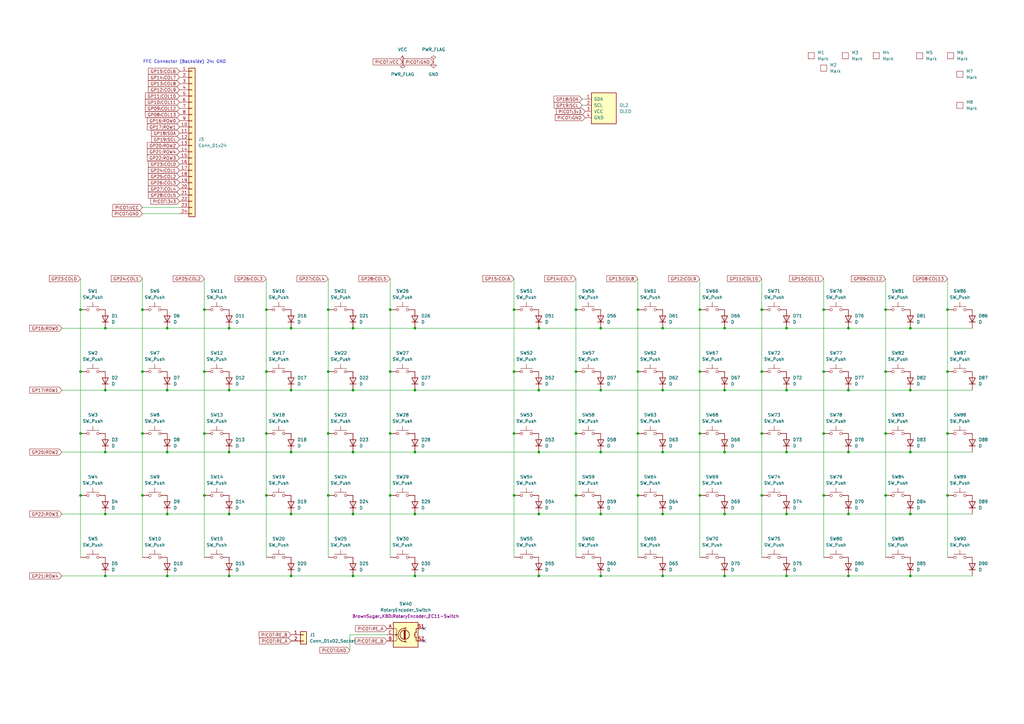
<source format=kicad_sch>
(kicad_sch (version 20250114) (generator "eeschema") (generator_version "9.0")
  (paper "A3")
  (text "FFC Connector (Backside) 24: GND" (at 75.692 25.4 0) (effects (font (size 1.27 1.27))))
  (junction (at 347.98 236.22))
  (junction (at 297.18 236.22))
  (junction (at 33.02 152.4))
  (junction (at 373.38 134.62))
  (junction (at 109.22 152.4))
  (junction (at 347.98 210.82))
  (junction (at 160.02 152.4))
  (junction (at 83.82 177.8))
  (junction (at 297.18 134.62))
  (junction (at 271.78 236.22))
  (junction (at 170.18 185.42))
  (junction (at 58.42 152.4))
  (junction (at 388.62 177.8))
  (junction (at 144.78 160.02))
  (junction (at 144.78 185.42))
  (junction (at 170.18 236.22))
  (junction (at 144.78 134.62))
  (junction (at 363.22 152.4))
  (junction (at 134.62 177.8))
  (junction (at 337.82 203.2))
  (junction (at 347.98 134.62))
  (junction (at 109.22 177.8))
  (junction (at 33.02 203.2))
  (junction (at 160.02 177.8))
  (junction (at 363.22 127))
  (junction (at 210.82 152.4))
  (junction (at 210.82 177.8))
  (junction (at 297.18 210.82))
  (junction (at 337.82 177.8))
  (junction (at 119.38 236.22))
  (junction (at 83.82 152.4))
  (junction (at 236.22 203.2))
  (junction (at 68.58 210.82))
  (junction (at 33.02 177.8))
  (junction (at 33.02 127))
  (junction (at 93.98 236.22))
  (junction (at 93.98 210.82))
  (junction (at 109.22 127))
  (junction (at 83.82 203.2))
  (junction (at 43.18 160.02))
  (junction (at 347.98 185.42))
  (junction (at 58.42 177.8))
  (junction (at 347.98 160.02))
  (junction (at 93.98 160.02))
  (junction (at 337.82 127))
  (junction (at 312.42 127))
  (junction (at 134.62 152.4))
  (junction (at 271.78 210.82))
  (junction (at 170.18 160.02))
  (junction (at 119.38 185.42))
  (junction (at 160.02 127))
  (junction (at 43.18 210.82))
  (junction (at 119.38 134.62))
  (junction (at 312.42 203.2))
  (junction (at 322.58 134.62))
  (junction (at 373.38 210.82))
  (junction (at 373.38 185.42))
  (junction (at 93.98 185.42))
  (junction (at 246.38 160.02))
  (junction (at 134.62 203.2))
  (junction (at 210.82 127))
  (junction (at 261.62 203.2))
  (junction (at 246.38 185.42))
  (junction (at 144.78 210.82))
  (junction (at 109.22 203.2))
  (junction (at 363.22 177.8))
  (junction (at 68.58 160.02))
  (junction (at 261.62 127))
  (junction (at 271.78 160.02))
  (junction (at 322.58 236.22))
  (junction (at 363.22 203.2))
  (junction (at 373.38 160.02))
  (junction (at 388.62 203.2))
  (junction (at 144.78 236.22))
  (junction (at 388.62 152.4))
  (junction (at 388.62 127))
  (junction (at 210.82 203.2))
  (junction (at 68.58 185.42))
  (junction (at 83.82 127))
  (junction (at 220.98 185.42))
  (junction (at 271.78 185.42))
  (junction (at 58.42 127))
  (junction (at 68.58 134.62))
  (junction (at 312.42 152.4))
  (junction (at 43.18 236.22))
  (junction (at 271.78 134.62))
  (junction (at 220.98 236.22))
  (junction (at 220.98 160.02))
  (junction (at 287.02 127))
  (junction (at 373.38 236.22))
  (junction (at 160.02 203.2))
  (junction (at 287.02 152.4))
  (junction (at 119.38 210.82))
  (junction (at 287.02 177.8))
  (junction (at 170.18 134.62))
  (junction (at 220.98 210.82))
  (junction (at 220.98 134.62))
  (junction (at 58.42 203.2))
  (junction (at 322.58 210.82))
  (junction (at 43.18 134.62))
  (junction (at 246.38 210.82))
  (junction (at 312.42 177.8))
  (junction (at 261.62 152.4))
  (junction (at 236.22 127))
  (junction (at 119.38 160.02))
  (junction (at 261.62 177.8))
  (junction (at 297.18 185.42))
  (junction (at 43.18 185.42))
  (junction (at 322.58 160.02))
  (junction (at 236.22 152.4))
  (junction (at 68.58 236.22))
  (junction (at 246.38 236.22))
  (junction (at 287.02 203.2))
  (junction (at 322.58 185.42))
  (junction (at 246.38 134.62))
  (junction (at 297.18 160.02))
  (junction (at 170.18 210.82))
  (junction (at 337.82 152.4))
  (junction (at 134.62 127))
  (junction (at 236.22 177.8))
  (junction (at 93.98 134.62))
  (no_connect (at 173.99 262.89))
  (no_connect (at 173.99 257.81))
  (wire (pts (xy 238.76 43.18) (xy 240.03 43.18)))
  (wire (pts (xy 246.38 210.82) (xy 271.78 210.82)))
  (wire (pts (xy 363.22 203.2) (xy 363.22 228.6)))
  (wire (pts (xy 271.78 160.02) (xy 297.18 160.02)))
  (wire (pts (xy 312.42 127) (xy 312.42 152.4)))
  (wire (pts (xy 119.38 236.22) (xy 144.78 236.22)))
  (wire (pts (xy 347.98 134.62) (xy 373.38 134.62)))
  (wire (pts (xy 210.82 152.4) (xy 210.82 177.8)))
  (wire (pts (xy 68.58 160.02) (xy 93.98 160.02)))
  (wire (pts (xy 388.62 127) (xy 388.62 152.4)))
  (wire (pts (xy 119.38 210.82) (xy 144.78 210.82)))
  (wire (pts (xy 160.02 114.3) (xy 160.02 127)))
  (wire (pts (xy 33.02 177.8) (xy 33.02 203.2)))
  (wire (pts (xy 373.38 185.42) (xy 398.78 185.42)))
  (wire (pts (xy 297.18 134.62) (xy 322.58 134.62)))
  (wire (pts (xy 297.18 236.22) (xy 322.58 236.22)))
  (wire (pts (xy 68.58 134.62) (xy 93.98 134.62)))
  (wire (pts (xy 287.02 177.8) (xy 287.02 203.2)))
  (wire (pts (xy 160.02 177.8) (xy 160.02 203.2)))
  (wire (pts (xy 347.98 210.82) (xy 373.38 210.82)))
  (wire (pts (xy 297.18 160.02) (xy 322.58 160.02)))
  (wire (pts (xy 58.42 114.3) (xy 58.42 127)))
  (wire (pts (xy 119.38 160.02) (xy 144.78 160.02)))
  (wire (pts (xy 322.58 236.22) (xy 347.98 236.22)))
  (wire (pts (xy 158.75 260.35) (xy 143.51 260.35)))
  (wire (pts (xy 83.82 177.8) (xy 83.82 203.2)))
  (wire (pts (xy 43.18 210.82) (xy 68.58 210.82)))
  (wire (pts (xy 322.58 185.42) (xy 347.98 185.42)))
  (wire (pts (xy 373.38 210.82) (xy 398.78 210.82)))
  (wire (pts (xy 134.62 177.8) (xy 134.62 203.2)))
  (wire (pts (xy 83.82 203.2) (xy 83.82 228.6)))
  (wire (pts (xy 297.18 210.82) (xy 322.58 210.82)))
  (wire (pts (xy 220.98 210.82) (xy 246.38 210.82)))
  (wire (pts (xy 58.42 85.09) (xy 73.66 85.09)))
  (wire (pts (xy 363.22 177.8) (xy 363.22 203.2)))
  (wire (pts (xy 109.22 152.4) (xy 109.22 177.8)))
  (wire (pts (xy 83.82 114.3) (xy 83.82 127)))
  (wire (pts (xy 363.22 152.4) (xy 363.22 177.8)))
  (wire (pts (xy 287.02 114.3) (xy 287.02 127)))
  (wire (pts (xy 160.02 203.2) (xy 160.02 228.6)))
  (wire (pts (xy 312.42 114.3) (xy 312.42 127)))
  (wire (pts (xy 287.02 203.2) (xy 287.02 228.6)))
  (wire (pts (xy 236.22 152.4) (xy 236.22 177.8)))
  (wire (pts (xy 58.42 152.4) (xy 58.42 177.8)))
  (wire (pts (xy 83.82 152.4) (xy 83.82 177.8)))
  (wire (pts (xy 119.38 185.42) (xy 144.78 185.42)))
  (wire (pts (xy 373.38 236.22) (xy 398.78 236.22)))
  (wire (pts (xy 33.02 114.3) (xy 33.02 127)))
  (wire (pts (xy 322.58 134.62) (xy 347.98 134.62)))
  (wire (pts (xy 337.82 114.3) (xy 337.82 127)))
  (wire (pts (xy 144.78 236.22) (xy 170.18 236.22)))
  (wire (pts (xy 337.82 127) (xy 337.82 152.4)))
  (wire (pts (xy 373.38 134.62) (xy 398.78 134.62)))
  (wire (pts (xy 322.58 160.02) (xy 347.98 160.02)))
  (wire (pts (xy 238.76 40.64) (xy 240.03 40.64)))
  (wire (pts (xy 373.38 160.02) (xy 398.78 160.02)))
  (wire (pts (xy 134.62 203.2) (xy 134.62 228.6)))
  (wire (pts (xy 93.98 210.82) (xy 119.38 210.82)))
  (wire (pts (xy 261.62 152.4) (xy 261.62 177.8)))
  (wire (pts (xy 220.98 185.42) (xy 246.38 185.42)))
  (wire (pts (xy 246.38 160.02) (xy 271.78 160.02)))
  (wire (pts (xy 33.02 152.4) (xy 33.02 177.8)))
  (wire (pts (xy 160.02 152.4) (xy 160.02 177.8)))
  (wire (pts (xy 109.22 114.3) (xy 109.22 127)))
  (wire (pts (xy 143.51 260.35) (xy 143.51 266.7)))
  (wire (pts (xy 312.42 203.2) (xy 312.42 228.6)))
  (wire (pts (xy 337.82 177.8) (xy 337.82 203.2)))
  (wire (pts (xy 261.62 114.3) (xy 261.62 127)))
  (wire (pts (xy 170.18 185.42) (xy 220.98 185.42)))
  (wire (pts (xy 25.4 134.62) (xy 43.18 134.62)))
  (wire (pts (xy 93.98 236.22) (xy 119.38 236.22)))
  (wire (pts (xy 33.02 127) (xy 33.02 152.4)))
  (wire (pts (xy 170.18 134.62) (xy 220.98 134.62)))
  (wire (pts (xy 261.62 177.8) (xy 261.62 203.2)))
  (wire (pts (xy 144.78 134.62) (xy 170.18 134.62)))
  (wire (pts (xy 363.22 127) (xy 363.22 152.4)))
  (wire (pts (xy 347.98 160.02) (xy 373.38 160.02)))
  (wire (pts (xy 388.62 152.4) (xy 388.62 177.8)))
  (wire (pts (xy 271.78 185.42) (xy 297.18 185.42)))
  (wire (pts (xy 68.58 185.42) (xy 93.98 185.42)))
  (wire (pts (xy 170.18 210.82) (xy 220.98 210.82)))
  (wire (pts (xy 236.22 127) (xy 236.22 152.4)))
  (wire (pts (xy 58.42 203.2) (xy 58.42 228.6)))
  (wire (pts (xy 246.38 236.22) (xy 271.78 236.22)))
  (wire (pts (xy 246.38 134.62) (xy 271.78 134.62)))
  (wire (pts (xy 337.82 152.4) (xy 337.82 177.8)))
  (wire (pts (xy 271.78 134.62) (xy 297.18 134.62)))
  (wire (pts (xy 43.18 236.22) (xy 68.58 236.22)))
  (wire (pts (xy 134.62 152.4) (xy 134.62 177.8)))
  (wire (pts (xy 109.22 177.8) (xy 109.22 203.2)))
  (wire (pts (xy 271.78 236.22) (xy 297.18 236.22)))
  (wire (pts (xy 170.18 160.02) (xy 220.98 160.02)))
  (wire (pts (xy 220.98 160.02) (xy 246.38 160.02)))
  (wire (pts (xy 287.02 152.4) (xy 287.02 177.8)))
  (wire (pts (xy 388.62 177.8) (xy 388.62 203.2)))
  (wire (pts (xy 160.02 127) (xy 160.02 152.4)))
  (wire (pts (xy 312.42 177.8) (xy 312.42 203.2)))
  (wire (pts (xy 93.98 185.42) (xy 119.38 185.42)))
  (wire (pts (xy 246.38 185.42) (xy 271.78 185.42)))
  (wire (pts (xy 388.62 203.2) (xy 388.62 228.6)))
  (wire (pts (xy 43.18 160.02) (xy 68.58 160.02)))
  (wire (pts (xy 58.42 87.63) (xy 73.66 87.63)))
  (wire (pts (xy 287.02 127) (xy 287.02 152.4)))
  (wire (pts (xy 388.62 114.3) (xy 388.62 127)))
  (wire (pts (xy 220.98 236.22) (xy 246.38 236.22)))
  (wire (pts (xy 236.22 177.8) (xy 236.22 203.2)))
  (wire (pts (xy 83.82 127) (xy 83.82 152.4)))
  (wire (pts (xy 43.18 185.42) (xy 68.58 185.42)))
  (wire (pts (xy 297.18 185.42) (xy 322.58 185.42)))
  (wire (pts (xy 25.4 210.82) (xy 43.18 210.82)))
  (wire (pts (xy 68.58 210.82) (xy 93.98 210.82)))
  (wire (pts (xy 144.78 185.42) (xy 170.18 185.42)))
  (wire (pts (xy 210.82 203.2) (xy 210.82 228.6)))
  (wire (pts (xy 25.4 160.02) (xy 43.18 160.02)))
  (wire (pts (xy 25.4 236.22) (xy 43.18 236.22)))
  (wire (pts (xy 271.78 210.82) (xy 297.18 210.82)))
  (wire (pts (xy 220.98 134.62) (xy 246.38 134.62)))
  (wire (pts (xy 261.62 203.2) (xy 261.62 228.6)))
  (wire (pts (xy 25.4 185.42) (xy 43.18 185.42)))
  (wire (pts (xy 347.98 236.22) (xy 373.38 236.22)))
  (wire (pts (xy 43.18 134.62) (xy 68.58 134.62)))
  (wire (pts (xy 144.78 160.02) (xy 170.18 160.02)))
  (wire (pts (xy 109.22 127) (xy 109.22 152.4)))
  (wire (pts (xy 363.22 114.3) (xy 363.22 127)))
  (wire (pts (xy 93.98 160.02) (xy 119.38 160.02)))
  (wire (pts (xy 134.62 127) (xy 134.62 152.4)))
  (wire (pts (xy 261.62 127) (xy 261.62 152.4)))
  (wire (pts (xy 109.22 203.2) (xy 109.22 228.6)))
  (wire (pts (xy 33.02 203.2) (xy 33.02 228.6)))
  (wire (pts (xy 68.58 236.22) (xy 93.98 236.22)))
  (wire (pts (xy 322.58 210.82) (xy 347.98 210.82)))
  (wire (pts (xy 144.78 210.82) (xy 170.18 210.82)))
  (wire (pts (xy 134.62 114.3) (xy 134.62 127)))
  (wire (pts (xy 347.98 185.42) (xy 373.38 185.42)))
  (wire (pts (xy 58.42 127) (xy 58.42 152.4)))
  (wire (pts (xy 93.98 134.62) (xy 119.38 134.62)))
  (wire (pts (xy 236.22 114.3) (xy 236.22 127)))
  (wire (pts (xy 337.82 203.2) (xy 337.82 228.6)))
  (wire (pts (xy 210.82 114.3) (xy 210.82 127)))
  (wire (pts (xy 312.42 152.4) (xy 312.42 177.8)))
  (wire (pts (xy 236.22 203.2) (xy 236.22 228.6)))
  (wire (pts (xy 210.82 177.8) (xy 210.82 203.2)))
  (wire (pts (xy 170.18 236.22) (xy 220.98 236.22)))
  (wire (pts (xy 210.82 127) (xy 210.82 152.4)))
  (wire (pts (xy 119.38 134.62) (xy 144.78 134.62)))
  (wire (pts (xy 58.42 177.8) (xy 58.42 203.2)))
  (global_label "PICOT:VCC" (shape input) (at 165.1 25.4 180) (property "Intersheetrefs" "${INTERSHEET_REFS}" (effects (hide yes))))
  (global_label "GP25:COL2" (shape input) (at 83.82 114.3 180) (property "Intersheetrefs" "${INTERSHEET_REFS}" (effects (hide yes))))
  (global_label "GP23:COL0" (shape input) (at 73.66 67.31 180) (property "Intersheetrefs" "${INTERSHEET_REFS}" (effects (hide yes))))
  (global_label "PICOT:GND" (shape input) (at 240.03 48.26 180) (property "Intersheetrefs" "${INTERSHEET_REFS}" (effects (hide yes))))
  (global_label "GP13:COL8" (shape input) (at 261.62 114.3 180) (property "Intersheetrefs" "${INTERSHEET_REFS}" (effects (hide yes))))
  (global_label "PICOT:RE_A" (shape input) (at 119.38 262.89 180) (property "Intersheetrefs" "${INTERSHEET_REFS}" (effects (hide yes))))
  (global_label "GP15:COL6" (shape input) (at 210.82 114.3 180) (property "Intersheetrefs" "${INTERSHEET_REFS}" (effects (hide yes))))
  (global_label "PICOT:RE_A" (shape input) (at 158.75 257.81 180) (property "Intersheetrefs" "${INTERSHEET_REFS}" (effects (hide yes))))
  (global_label "PICOT:GND" (shape input) (at 177.8 25.4 180) (property "Intersheetrefs" "${INTERSHEET_REFS}" (effects (hide yes))))
  (global_label "GP24:COL1" (shape input) (at 58.42 114.3 180) (property "Intersheetrefs" "${INTERSHEET_REFS}" (effects (hide yes))))
  (global_label "GP26:COL3" (shape input) (at 109.22 114.3 180) (property "Intersheetrefs" "${INTERSHEET_REFS}" (effects (hide yes))))
  (global_label "GP19:SCL" (shape input) (at 238.76 43.18 180) (property "Intersheetrefs" "${INTERSHEET_REFS}" (effects (hide yes))))
  (global_label "GP18:SDA" (shape input) (at 73.66 54.61 180) (property "Intersheetrefs" "${INTERSHEET_REFS}" (effects (hide yes))))
  (global_label "PICOT:GND" (shape input) (at 58.42 87.63 180) (property "Intersheetrefs" "${INTERSHEET_REFS}" (effects (hide yes))))
  (global_label "PICOT:RE_B" (shape input) (at 158.75 262.89 180) (property "Intersheetrefs" "${INTERSHEET_REFS}" (effects (hide yes))))
  (global_label "GP14:COL7" (shape input) (at 236.22 114.3 180) (property "Intersheetrefs" "${INTERSHEET_REFS}" (effects (hide yes))))
  (global_label "GP28:COL5" (shape input) (at 160.02 114.3 180) (property "Intersheetrefs" "${INTERSHEET_REFS}" (effects (hide yes))))
  (global_label "GP08:COL13" (shape input) (at 73.66 46.99 180) (property "Intersheetrefs" "${INTERSHEET_REFS}" (effects (hide yes))))
  (global_label "GP10:COL11" (shape input) (at 73.66 41.91 180) (property "Intersheetrefs" "${INTERSHEET_REFS}" (effects (hide yes))))
  (global_label "GP16:ROW0" (shape input) (at 73.66 49.53 180) (property "Intersheetrefs" "${INTERSHEET_REFS}" (effects (hide yes))))
  (global_label "GP22:ROW3" (shape input) (at 25.4 210.82 180) (property "Intersheetrefs" "${INTERSHEET_REFS}" (effects (hide yes))))
  (global_label "GP18:SDA" (shape input) (at 238.76 40.64 180) (property "Intersheetrefs" "${INTERSHEET_REFS}" (effects (hide yes))))
  (global_label "GP28:COL5" (shape input) (at 73.66 80.01 180) (property "Intersheetrefs" "${INTERSHEET_REFS}" (effects (hide yes))))
  (global_label "GP10:COL11" (shape input) (at 337.82 114.3 180) (property "Intersheetrefs" "${INTERSHEET_REFS}" (effects (hide yes))))
  (global_label "GP09:COL12" (shape input) (at 73.66 44.45 180) (property "Intersheetrefs" "${INTERSHEET_REFS}" (effects (hide yes))))
  (global_label "GP09:COL12" (shape input) (at 363.22 114.3 180) (property "Intersheetrefs" "${INTERSHEET_REFS}" (effects (hide yes))))
  (global_label "GP20:ROW2" (shape input) (at 25.4 185.42 180) (property "Intersheetrefs" "${INTERSHEET_REFS}" (effects (hide yes))))
  (global_label "GP17:ROW1" (shape input) (at 73.66 52.07 180) (property "Intersheetrefs" "${INTERSHEET_REFS}" (effects (hide yes))))
  (global_label "GP20:ROW2" (shape input) (at 73.66 59.69 180) (property "Intersheetrefs" "${INTERSHEET_REFS}" (effects (hide yes))))
  (global_label "GP26:COL3" (shape input) (at 73.66 74.93 180) (property "Intersheetrefs" "${INTERSHEET_REFS}" (effects (hide yes))))
  (global_label "PICOT:3v3" (shape input) (at 240.03 45.72 180) (property "Intersheetrefs" "${INTERSHEET_REFS}" (effects (hide yes))))
  (global_label "GP19:SCL" (shape input) (at 73.66 57.15 180) (property "Intersheetrefs" "${INTERSHEET_REFS}" (effects (hide yes))))
  (global_label "PICOT:3v3" (shape input) (at 73.66 82.55 180) (property "Intersheetrefs" "${INTERSHEET_REFS}" (effects (hide yes))))
  (global_label "PICOT:VCC" (shape input) (at 58.42 85.09 180) (property "Intersheetrefs" "${INTERSHEET_REFS}" (effects (hide yes))))
  (global_label "GP13:COL8" (shape input) (at 73.66 34.29 180) (property "Intersheetrefs" "${INTERSHEET_REFS}" (effects (hide yes))))
  (global_label "GP16:ROW0" (shape input) (at 25.4 134.62 180) (property "Intersheetrefs" "${INTERSHEET_REFS}" (effects (hide yes))))
  (global_label "GP12:COL9" (shape input) (at 73.66 36.83 180) (property "Intersheetrefs" "${INTERSHEET_REFS}" (effects (hide yes))))
  (global_label "PICOT:GND" (shape input) (at 143.51 266.7 180) (property "Intersheetrefs" "${INTERSHEET_REFS}" (effects (hide yes))))
  (global_label "GP14:COL7" (shape input) (at 73.66 31.75 180) (property "Intersheetrefs" "${INTERSHEET_REFS}" (effects (hide yes))))
  (global_label "GP25:COL2" (shape input) (at 73.66 72.39 180) (property "Intersheetrefs" "${INTERSHEET_REFS}" (effects (hide yes))))
  (global_label "GP23:COL0" (shape input) (at 33.02 114.3 180) (property "Intersheetrefs" "${INTERSHEET_REFS}" (effects (hide yes))))
  (global_label "GP15:COL6" (shape input) (at 73.66 29.21 180) (property "Intersheetrefs" "${INTERSHEET_REFS}" (effects (hide yes))))
  (global_label "GP21:ROW4" (shape input) (at 73.66 62.23 180) (property "Intersheetrefs" "${INTERSHEET_REFS}" (effects (hide yes))))
  (global_label "GP24:COL1" (shape input) (at 73.66 69.85 180) (property "Intersheetrefs" "${INTERSHEET_REFS}" (effects (hide yes))))
  (global_label "PICOT:RE_B" (shape input) (at 119.38 260.35 180) (property "Intersheetrefs" "${INTERSHEET_REFS}" (effects (hide yes))))
  (global_label "GP12:COL9" (shape input) (at 287.02 114.3 180) (property "Intersheetrefs" "${INTERSHEET_REFS}" (effects (hide yes))))
  (global_label "GP27:COL4" (shape input) (at 134.62 114.3 180) (property "Intersheetrefs" "${INTERSHEET_REFS}" (effects (hide yes))))
  (global_label "GP11:COL10" (shape input) (at 73.66 39.37 180) (property "Intersheetrefs" "${INTERSHEET_REFS}" (effects (hide yes))))
  (global_label "GP22:ROW3" (shape input) (at 73.66 64.77 180) (property "Intersheetrefs" "${INTERSHEET_REFS}" (effects (hide yes))))
  (global_label "GP11:COL10" (shape input) (at 312.42 114.3 180) (property "Intersheetrefs" "${INTERSHEET_REFS}" (effects (hide yes))))
  (global_label "GP17:ROW1" (shape input) (at 25.4 160.02 180) (property "Intersheetrefs" "${INTERSHEET_REFS}" (effects (hide yes))))
  (global_label "GP21:ROW4" (shape input) (at 25.4 236.22 180) (property "Intersheetrefs" "${INTERSHEET_REFS}" (effects (hide yes))))
  (global_label "GP27:COL4" (shape input) (at 73.66 77.47 180) (property "Intersheetrefs" "${INTERSHEET_REFS}" (effects (hide yes))))
  (global_label "GP08:COL13" (shape input) (at 388.62 114.3 180) (property "Intersheetrefs" "${INTERSHEET_REFS}" (effects (hide yes))))
  (symbol (lib_id "Switch:SW_Push") (at 317.5 152.4 0) (mirror y) (unit 1)
    (property "Reference" "SW72" (at 317.5 144.78 0))
    (property "Value" "SW_Push" (at 317.5 147.32 0))
    (property "Footprint" "Rikkodo_FootPrint:rkd_Asm_ChocV1V2_Hotswap_1u" (effects (hide yes)))
    (property "Description" "Push button switch, generic, two pins" (effects (hide yes)))
  )
  (symbol (lib_id "Switch:SW_Push") (at 317.5 203.2 0) (mirror y) (unit 1)
    (property "Reference" "SW74" (at 317.5 195.58 0))
    (property "Value" "SW_Push" (at 317.5 198.12 0))
    (property "Footprint" "Rikkodo_FootPrint:rkd_Asm_ChocV1V2_Hotswap_1u" (effects (hide yes)))
    (property "Description" "Push button switch, generic, two pins" (effects (hide yes)))
  )
  (symbol (lib_id "Switch:SW_Push") (at 215.9 203.2 0) (mirror y) (unit 1)
    (property "Reference" "SW54" (at 215.9 195.58 0))
    (property "Value" "SW_Push" (at 215.9 198.12 0))
    (property "Footprint" "Rikkodo_FootPrint:rkd_Asm_ChocV1V2_Hotswap_1u" (effects (hide yes)))
    (property "Description" "Push button switch, generic, two pins" (effects (hide yes)))
  )
  (symbol (lib_id "Device:D") (at 119.38 207.01 90) (unit 1)
    (property "Reference" "D19" (at 121.92 205.7399 90) (effects (justify right)))
    (property "Value" "D" (at 121.92 208.2799 90) (effects (justify right)))
    (property "Footprint" "kbd_Parts:Diode_SMD" (effects (hide yes)))
    (property "Description" "Diode" (effects (hide yes)))
    (property "Sim.Device" "D" (effects (hide yes)))
    (property "Sim.Pins" "1=K 2=A" (effects (hide yes)))
  )
  (symbol (lib_id "Switch:SW_Push") (at 292.1 177.8 0) (mirror y) (unit 1)
    (property "Reference" "SW68" (at 292.1 170.18 0))
    (property "Value" "SW_Push" (at 292.1 172.72 0))
    (property "Footprint" "Rikkodo_FootPrint:rkd_Asm_ChocV1V2_Hotswap_1u" (effects (hide yes)))
    (property "Description" "Push button switch, generic, two pins" (effects (hide yes)))
  )
  (symbol (lib_id "Device:D") (at 271.78 181.61 90) (unit 1)
    (property "Reference" "D63" (at 274.32 180.3399 90) (effects (justify right)))
    (property "Value" "D" (at 274.32 182.8799 90) (effects (justify right)))
    (property "Footprint" "kbd_Parts:Diode_SMD" (effects (hide yes)))
    (property "Description" "Diode" (effects (hide yes)))
    (property "Sim.Device" "D" (effects (hide yes)))
    (property "Sim.Pins" "1=K 2=A" (effects (hide yes)))
  )
  (symbol (lib_id "Device:D") (at 43.18 181.61 90) (unit 1)
    (property "Reference" "D3" (at 45.72 180.3399 90) (effects (justify right)))
    (property "Value" "D" (at 45.72 182.8799 90) (effects (justify right)))
    (property "Footprint" "kbd_Parts:Diode_SMD" (effects (hide yes)))
    (property "Description" "Diode" (effects (hide yes)))
    (property "Sim.Device" "D" (effects (hide yes)))
    (property "Sim.Pins" "1=K 2=A" (effects (hide yes)))
  )
  (symbol (lib_id "Device:D") (at 119.38 156.21 90) (unit 1)
    (property "Reference" "D17" (at 121.92 154.9399 90) (effects (justify right)))
    (property "Value" "D" (at 121.92 157.4799 90) (effects (justify right)))
    (property "Footprint" "kbd_Parts:Diode_SMD" (effects (hide yes)))
    (property "Description" "Diode" (effects (hide yes)))
    (property "Sim.Device" "D" (effects (hide yes)))
    (property "Sim.Pins" "1=K 2=A" (effects (hide yes)))
  )
  (symbol (lib_id "Switch:SW_Push") (at 165.1 152.4 0) (mirror y) (unit 1)
    (property "Reference" "SW27" (at 165.1 144.78 0))
    (property "Value" "SW_Push" (at 165.1 147.32 0))
    (property "Footprint" "Rikkodo_FootPrint:rkd_Asm_ChocV1V2_Hotswap_1u" (effects (hide yes)))
    (property "Description" "Push button switch, generic, two pins" (effects (hide yes)))
  )
  (symbol (lib_id "Switch:SW_Push") (at 38.1 228.6 0) (mirror y) (unit 1)
    (property "Reference" "SW5" (at 38.1 220.98 0))
    (property "Value" "SW_Push" (at 38.1 223.52 0))
    (property "Footprint" "Rikkodo_FootPrint:rkd_Asm_ChocV1V2_Hotswap_1u" (effects (hide yes)))
    (property "Description" "Push button switch, generic, two pins" (effects (hide yes)))
  )
  (symbol (lib_id "Switch:SW_Push") (at 342.9 228.6 0) (mirror y) (unit 1)
    (property "Reference" "SW80" (at 342.9 220.98 0))
    (property "Value" "SW_Push" (at 342.9 223.52 0))
    (property "Footprint" "Rikkodo_FootPrint:rkd_Asm_ChocV1V2_Hotswap_1u" (effects (hide yes)))
    (property "Description" "Push button switch, generic, two pins" (effects (hide yes)))
  )
  (symbol (lib_id "Device:D") (at 347.98 232.41 90) (unit 1)
    (property "Reference" "D80" (at 350.52 231.1399 90) (effects (justify right)))
    (property "Value" "D" (at 350.52 233.6799 90) (effects (justify right)))
    (property "Footprint" "kbd_Parts:Diode_SMD" (effects (hide yes)))
    (property "Description" "Diode" (effects (hide yes)))
    (property "Sim.Device" "D" (effects (hide yes)))
    (property "Sim.Pins" "1=K 2=A" (effects (hide yes)))
  )
  (symbol (lib_id "Switch:SW_Push") (at 114.3 177.8 0) (mirror y) (unit 1)
    (property "Reference" "SW18" (at 114.3 170.18 0))
    (property "Value" "SW_Push" (at 114.3 172.72 0))
    (property "Footprint" "Rikkodo_FootPrint:rkd_Asm_ChocV1V2_Hotswap_1u" (effects (hide yes)))
    (property "Description" "Push button switch, generic, two pins" (effects (hide yes)))
  )
  (symbol (lib_id "Device:D") (at 144.78 207.01 90) (unit 1)
    (property "Reference" "D24" (at 147.32 205.7399 90) (effects (justify right)))
    (property "Value" "D" (at 147.32 208.2799 90) (effects (justify right)))
    (property "Footprint" "kbd_Parts:Diode_SMD" (effects (hide yes)))
    (property "Description" "Diode" (effects (hide yes)))
    (property "Sim.Device" "D" (effects (hide yes)))
    (property "Sim.Pins" "1=K 2=A" (effects (hide yes)))
  )
  (symbol (lib_id "BrownSugar_KBD:Mark") (at 393.7 30.48 0) (unit 1)
    (property "Reference" "M7" (at 396.24 29.2099 0) (effects (justify left)))
    (property "Value" "Mark" (at 396.24 31.7499 0) (effects (justify left)))
    (property "Footprint" "kbd_Hole:m2_Screw_Hole" (effects (hide yes)))
  )
  (symbol (lib_id "Device:D") (at 271.78 232.41 90) (unit 1)
    (property "Reference" "D65" (at 274.32 231.1399 90) (effects (justify right)))
    (property "Value" "D" (at 274.32 233.6799 90) (effects (justify right)))
    (property "Footprint" "kbd_Parts:Diode_SMD" (effects (hide yes)))
    (property "Description" "Diode" (effects (hide yes)))
    (property "Sim.Device" "D" (effects (hide yes)))
    (property "Sim.Pins" "1=K 2=A" (effects (hide yes)))
  )
  (symbol (lib_id "Device:D") (at 170.18 156.21 90) (unit 1)
    (property "Reference" "D27" (at 172.72 154.9399 90) (effects (justify right)))
    (property "Value" "D" (at 172.72 157.4799 90) (effects (justify right)))
    (property "Footprint" "kbd_Parts:Diode_SMD" (effects (hide yes)))
    (property "Description" "Diode" (effects (hide yes)))
    (property "Sim.Device" "D" (effects (hide yes)))
    (property "Sim.Pins" "1=K 2=A" (effects (hide yes)))
  )
  (symbol (lib_id "Switch:SW_Push") (at 63.5 152.4 0) (mirror y) (unit 1)
    (property "Reference" "SW7" (at 63.5 144.78 0))
    (property "Value" "SW_Push" (at 63.5 147.32 0))
    (property "Footprint" "Rikkodo_FootPrint:rkd_Asm_ChocV1V2_Hotswap_1u" (effects (hide yes)))
    (property "Description" "Push button switch, generic, two pins" (effects (hide yes)))
  )
  (symbol (lib_id "Switch:SW_Push") (at 114.3 152.4 0) (mirror y) (unit 1)
    (property "Reference" "SW17" (at 114.3 144.78 0))
    (property "Value" "SW_Push" (at 114.3 147.32 0))
    (property "Footprint" "Rikkodo_FootPrint:rkd_Asm_ChocV1V2_Hotswap_1u" (effects (hide yes)))
    (property "Description" "Push button switch, generic, two pins" (effects (hide yes)))
  )
  (symbol (lib_id "Switch:SW_Push") (at 393.7 127 0) (mirror y) (unit 1)
    (property "Reference" "SW86" (at 393.7 119.38 0))
    (property "Value" "SW_Push" (at 393.7 121.92 0))
    (property "Footprint" "Rikkodo_FootPrint:rkd_Asm_ChocV2_Hotswap_2uW" (effects (hide yes)))
    (property "Description" "Push button switch, generic, two pins" (effects (hide yes)))
  )
  (symbol (lib_id "BrownSugar_KBD:Mark") (at 359.41 22.86 0) (unit 1)
    (property "Reference" "M4" (at 361.95 21.5899 0) (effects (justify left)))
    (property "Value" "Mark" (at 361.95 24.1299 0) (effects (justify left)))
    (property "Footprint" "kbd_Hole:m2_Spacer_Hole_hex" (effects (hide yes)))
  )
  (symbol (lib_id "Switch:SW_Push") (at 215.9 177.8 0) (mirror y) (unit 1)
    (property "Reference" "SW53" (at 215.9 170.18 0))
    (property "Value" "SW_Push" (at 215.9 172.72 0))
    (property "Footprint" "Rikkodo_FootPrint:rkd_Asm_ChocV1V2_Hotswap_1u" (effects (hide yes)))
    (property "Description" "Push button switch, generic, two pins" (effects (hide yes)))
  )
  (symbol (lib_id "Device:D") (at 220.98 232.41 90) (unit 1)
    (property "Reference" "D55" (at 223.52 231.1399 90) (effects (justify right)))
    (property "Value" "D" (at 223.52 233.6799 90) (effects (justify right)))
    (property "Footprint" "kbd_Parts:Diode_SMD" (effects (hide yes)))
    (property "Description" "Diode" (effects (hide yes)))
    (property "Sim.Device" "D" (effects (hide yes)))
    (property "Sim.Pins" "1=K 2=A" (effects (hide yes)))
  )
  (symbol (lib_id "Switch:SW_Push") (at 165.1 177.8 0) (mirror y) (unit 1)
    (property "Reference" "SW28" (at 165.1 170.18 0))
    (property "Value" "SW_Push" (at 165.1 172.72 0))
    (property "Footprint" "Rikkodo_FootPrint:rkd_Asm_ChocV1V2_Hotswap_1u" (effects (hide yes)))
    (property "Description" "Push button switch, generic, two pins" (effects (hide yes)))
  )
  (symbol (lib_id "Switch:SW_Push") (at 63.5 228.6 0) (mirror y) (unit 1)
    (property "Reference" "SW10" (at 63.5 220.98 0))
    (property "Value" "SW_Push" (at 63.5 223.52 0))
    (property "Footprint" "Rikkodo_FootPrint:rkd_Asm_ChocV1V2_Hotswap_1u" (effects (hide yes)))
    (property "Description" "Push button switch, generic, two pins" (effects (hide yes)))
  )
  (symbol (lib_id "BrownSugar_KBD:OLED") (at 247.65 44.45 0) (unit 1)
    (property "Reference" "OL2" (at 254 43.1799 0) (effects (justify left)))
    (property "Value" "OLED" (at 254 45.7199 0) (effects (justify left)))
    (property "Footprint" "BrownSugar_KBD:OLED_center_display" (effects (hide yes)))
  )
  (symbol (lib_id "Switch:SW_Push") (at 114.3 127 0) (mirror y) (unit 1)
    (property "Reference" "SW16" (at 114.3 119.38 0))
    (property "Value" "SW_Push" (at 114.3 121.92 0))
    (property "Footprint" "Rikkodo_FootPrint:rkd_Asm_ChocV1V2_Hotswap_1u" (effects (hide yes)))
    (property "Description" "Push button switch, generic, two pins" (effects (hide yes)))
  )
  (symbol (lib_id "Switch:SW_Push") (at 139.7 177.8 0) (mirror y) (unit 1)
    (property "Reference" "SW23" (at 139.7 170.18 0))
    (property "Value" "SW_Push" (at 139.7 172.72 0))
    (property "Footprint" "Rikkodo_FootPrint:rkd_Asm_ChocV1V2_Hotswap_1u" (effects (hide yes)))
    (property "Description" "Push button switch, generic, two pins" (effects (hide yes)))
  )
  (symbol (lib_id "Device:D") (at 119.38 232.41 90) (unit 1)
    (property "Reference" "D20" (at 121.92 231.1399 90) (effects (justify right)))
    (property "Value" "D" (at 121.92 233.6799 90) (effects (justify right)))
    (property "Footprint" "kbd_Parts:Diode_SMD" (effects (hide yes)))
    (property "Description" "Diode" (effects (hide yes)))
    (property "Sim.Device" "D" (effects (hide yes)))
    (property "Sim.Pins" "1=K 2=A" (effects (hide yes)))
  )
  (symbol (lib_id "Device:D") (at 322.58 232.41 90) (unit 1)
    (property "Reference" "D75" (at 325.12 231.1399 90) (effects (justify right)))
    (property "Value" "D" (at 325.12 233.6799 90) (effects (justify right)))
    (property "Footprint" "kbd_Parts:Diode_SMD" (effects (hide yes)))
    (property "Description" "Diode" (effects (hide yes)))
    (property "Sim.Device" "D" (effects (hide yes)))
    (property "Sim.Pins" "1=K 2=A" (effects (hide yes)))
  )
  (symbol (lib_id "Device:D") (at 68.58 156.21 90) (unit 1)
    (property "Reference" "D7" (at 71.12 154.9399 90) (effects (justify right)))
    (property "Value" "D" (at 71.12 157.4799 90) (effects (justify right)))
    (property "Footprint" "kbd_Parts:Diode_SMD" (effects (hide yes)))
    (property "Description" "Diode" (effects (hide yes)))
    (property "Sim.Device" "D" (effects (hide yes)))
    (property "Sim.Pins" "1=K 2=A" (effects (hide yes)))
  )
  (symbol (lib_id "Switch:SW_Push") (at 139.7 152.4 0) (mirror y) (unit 1)
    (property "Reference" "SW22" (at 139.7 144.78 0))
    (property "Value" "SW_Push" (at 139.7 147.32 0))
    (property "Footprint" "Rikkodo_FootPrint:rkd_Asm_ChocV1V2_Hotswap_1u" (effects (hide yes)))
    (property "Description" "Push button switch, generic, two pins" (effects (hide yes)))
  )
  (symbol (lib_id "BrownSugar_KBD:Mark") (at 393.7 43.18 0) (unit 1)
    (property "Reference" "M8" (at 396.24 41.9099 0) (effects (justify left)))
    (property "Value" "Mark" (at 396.24 44.4499 0) (effects (justify left)))
    (property "Footprint" "Rikkodo_FootPrint:rkd_LOGO_2x" (effects (hide yes)))
  )
  (symbol (lib_id "Switch:SW_Push") (at 165.1 228.6 0) (mirror y) (unit 1)
    (property "Reference" "SW30" (at 165.1 220.98 0))
    (property "Value" "SW_Push" (at 165.1 223.52 0))
    (property "Footprint" "Rikkodo_FootPrint:rkd_Asm_ChocV1V2_Hotswap_1u" (effects (hide yes)))
    (property "Description" "Push button switch, generic, two pins" (effects (hide yes)))
  )
  (symbol (lib_id "Device:D") (at 144.78 156.21 90) (unit 1)
    (property "Reference" "D22" (at 147.32 154.9399 90) (effects (justify right)))
    (property "Value" "D" (at 147.32 157.4799 90) (effects (justify right)))
    (property "Footprint" "kbd_Parts:Diode_SMD" (effects (hide yes)))
    (property "Description" "Diode" (effects (hide yes)))
    (property "Sim.Device" "D" (effects (hide yes)))
    (property "Sim.Pins" "1=K 2=A" (effects (hide yes)))
  )
  (symbol (lib_id "Switch:SW_Push") (at 139.7 203.2 0) (mirror y) (unit 1)
    (property "Reference" "SW24" (at 139.7 195.58 0))
    (property "Value" "SW_Push" (at 139.7 198.12 0))
    (property "Footprint" "Rikkodo_FootPrint:rkd_Asm_ChocV1V2_Hotswap_1u" (effects (hide yes)))
    (property "Description" "Push button switch, generic, two pins" (effects (hide yes)))
  )
  (symbol (lib_id "Switch:SW_Push") (at 88.9 127 0) (mirror y) (unit 1)
    (property "Reference" "SW11" (at 88.9 119.38 0))
    (property "Value" "SW_Push" (at 88.9 121.92 0))
    (property "Footprint" "Rikkodo_FootPrint:rkd_Asm_ChocV1V2_Hotswap_1u" (effects (hide yes)))
    (property "Description" "Push button switch, generic, two pins" (effects (hide yes)))
  )
  (symbol (lib_id "Device:D") (at 93.98 207.01 90) (unit 1)
    (property "Reference" "D14" (at 96.52 205.7399 90) (effects (justify right)))
    (property "Value" "D" (at 96.52 208.2799 90) (effects (justify right)))
    (property "Footprint" "kbd_Parts:Diode_SMD" (effects (hide yes)))
    (property "Description" "Diode" (effects (hide yes)))
    (property "Sim.Device" "D" (effects (hide yes)))
    (property "Sim.Pins" "1=K 2=A" (effects (hide yes)))
  )
  (symbol (lib_id "Switch:SW_Push") (at 241.3 228.6 0) (mirror y) (unit 1)
    (property "Reference" "SW60" (at 241.3 220.98 0))
    (property "Value" "SW_Push" (at 241.3 223.52 0))
    (property "Footprint" "Rikkodo_FootPrint:rkd_Asm_ChocV1V2_Hotswap_1u" (effects (hide yes)))
    (property "Description" "Push button switch, generic, two pins" (effects (hide yes)))
  )
  (symbol (lib_id "BrownSugar_KBD:Mark") (at 377.19 22.86 0) (unit 1)
    (property "Reference" "M5" (at 379.73 21.5899 0) (effects (justify left)))
    (property "Value" "Mark" (at 379.73 24.1299 0) (effects (justify left)))
    (property "Footprint" "kbd_Hole:m2_Spacer_Hole_hex" (effects (hide yes)))
  )
  (symbol (lib_id "Switch:SW_Push") (at 342.9 127 0) (mirror y) (unit 1)
    (property "Reference" "SW76" (at 342.9 119.38 0))
    (property "Value" "SW_Push" (at 342.9 121.92 0))
    (property "Footprint" "Rikkodo_FootPrint:rkd_Asm_ChocV1V2_Hotswap_1u" (effects (hide yes)))
    (property "Description" "Push button switch, generic, two pins" (effects (hide yes)))
  )
  (symbol (lib_id "Switch:SW_Push") (at 88.9 152.4 0) (mirror y) (unit 1)
    (property "Reference" "SW12" (at 88.9 144.78 0))
    (property "Value" "SW_Push" (at 88.9 147.32 0))
    (property "Footprint" "Rikkodo_FootPrint:rkd_Asm_ChocV1V2_Hotswap_1u" (effects (hide yes)))
    (property "Description" "Push button switch, generic, two pins" (effects (hide yes)))
  )
  (symbol (lib_id "Device:D") (at 93.98 130.81 90) (unit 1)
    (property "Reference" "D11" (at 96.52 129.5399 90) (effects (justify right)))
    (property "Value" "D" (at 96.52 132.0799 90) (effects (justify right)))
    (property "Footprint" "kbd_Parts:Diode_SMD" (effects (hide yes)))
    (property "Description" "Diode" (effects (hide yes)))
    (property "Sim.Device" "D" (effects (hide yes)))
    (property "Sim.Pins" "1=K 2=A" (effects (hide yes)))
  )
  (symbol (lib_id "Switch:SW_Push") (at 38.1 152.4 0) (mirror y) (unit 1)
    (property "Reference" "SW2" (at 38.1 144.78 0))
    (property "Value" "SW_Push" (at 38.1 147.32 0))
    (property "Footprint" "Rikkodo_FootPrint:rkd_Asm_ChocV1V2_Hotswap_1u" (effects (hide yes)))
    (property "Description" "Push button switch, generic, two pins" (effects (hide yes)))
  )
  (symbol (lib_id "Device:D") (at 271.78 130.81 90) (unit 1)
    (property "Reference" "D61" (at 274.32 129.5399 90) (effects (justify right)))
    (property "Value" "D" (at 274.32 132.0799 90) (effects (justify right)))
    (property "Footprint" "kbd_Parts:Diode_SMD" (effects (hide yes)))
    (property "Description" "Diode" (effects (hide yes)))
    (property "Sim.Device" "D" (effects (hide yes)))
    (property "Sim.Pins" "1=K 2=A" (effects (hide yes)))
  )
  (symbol (lib_id "Switch:SW_Push") (at 241.3 203.2 0) (mirror y) (unit 1)
    (property "Reference" "SW59" (at 241.3 195.58 0))
    (property "Value" "SW_Push" (at 241.3 198.12 0))
    (property "Footprint" "Rikkodo_FootPrint:rkd_Asm_ChocV1V2_Hotswap_1u" (effects (hide yes)))
    (property "Description" "Push button switch, generic, two pins" (effects (hide yes)))
  )
  (symbol (lib_id "Switch:SW_Push") (at 317.5 177.8 0) (mirror y) (unit 1)
    (property "Reference" "SW73" (at 317.5 170.18 0))
    (property "Value" "SW_Push" (at 317.5 172.72 0))
    (property "Footprint" "Rikkodo_FootPrint:rkd_Asm_ChocV1V2_Hotswap_1u" (effects (hide yes)))
    (property "Description" "Push button switch, generic, two pins" (effects (hide yes)))
  )
  (symbol (lib_id "Device:D") (at 43.18 232.41 90) (unit 1)
    (property "Reference" "D5" (at 45.72 231.1399 90) (effects (justify right)))
    (property "Value" "D" (at 45.72 233.6799 90) (effects (justify right)))
    (property "Footprint" "kbd_Parts:Diode_SMD" (effects (hide yes)))
    (property "Description" "Diode" (effects (hide yes)))
    (property "Sim.Device" "D" (effects (hide yes)))
    (property "Sim.Pins" "1=K 2=A" (effects (hide yes)))
  )
  (symbol (lib_id "Device:D") (at 246.38 130.81 90) (unit 1)
    (property "Reference" "D56" (at 248.92 129.5399 90) (effects (justify right)))
    (property "Value" "D" (at 248.92 132.0799 90) (effects (justify right)))
    (property "Footprint" "kbd_Parts:Diode_SMD" (effects (hide yes)))
    (property "Description" "Diode" (effects (hide yes)))
    (property "Sim.Device" "D" (effects (hide yes)))
    (property "Sim.Pins" "1=K 2=A" (effects (hide yes)))
  )
  (symbol (lib_id "power:VCC") (at 165.1 25.4 0) (unit 1)
    (property "Reference" "#PWR04" (effects (hide yes)))
    (property "Value" "VCC" (at 165.1 20.32 0))
    (property "Description" "Power symbol creates a global label with name \"VCC\"" (effects (hide yes)))
  )
  (symbol (lib_id "Device:D") (at 220.98 156.21 90) (unit 1)
    (property "Reference" "D52" (at 223.52 154.9399 90) (effects (justify right)))
    (property "Value" "D" (at 223.52 157.4799 90) (effects (justify right)))
    (property "Footprint" "kbd_Parts:Diode_SMD" (effects (hide yes)))
    (property "Description" "Diode" (effects (hide yes)))
    (property "Sim.Device" "D" (effects (hide yes)))
    (property "Sim.Pins" "1=K 2=A" (effects (hide yes)))
  )
  (symbol (lib_id "Device:D") (at 373.38 156.21 90) (unit 1)
    (property "Reference" "D82" (at 375.92 154.9399 90) (effects (justify right)))
    (property "Value" "D" (at 375.92 157.4799 90) (effects (justify right)))
    (property "Footprint" "kbd_Parts:Diode_SMD" (effects (hide yes)))
    (property "Description" "Diode" (effects (hide yes)))
    (property "Sim.Device" "D" (effects (hide yes)))
    (property "Sim.Pins" "1=K 2=A" (effects (hide yes)))
  )
  (symbol (lib_id "Switch:SW_Push") (at 368.3 127 0) (mirror y) (unit 1)
    (property "Reference" "SW81" (at 368.3 119.38 0))
    (property "Value" "SW_Push" (at 368.3 121.92 0))
    (property "Footprint" "Rikkodo_FootPrint:rkd_Asm_ChocV1V2_Hotswap_1u" (effects (hide yes)))
    (property "Description" "Push button switch, generic, two pins" (effects (hide yes)))
  )
  (symbol (lib_id "Device:D") (at 246.38 156.21 90) (unit 1)
    (property "Reference" "D57" (at 248.92 154.9399 90) (effects (justify right)))
    (property "Value" "D" (at 248.92 157.4799 90) (effects (justify right)))
    (property "Footprint" "kbd_Parts:Diode_SMD" (effects (hide yes)))
    (property "Description" "Diode" (effects (hide yes)))
    (property "Sim.Device" "D" (effects (hide yes)))
    (property "Sim.Pins" "1=K 2=A" (effects (hide yes)))
  )
  (symbol (lib_id "Device:D") (at 322.58 207.01 90) (unit 1)
    (property "Reference" "D74" (at 325.12 205.7399 90) (effects (justify right)))
    (property "Value" "D" (at 325.12 208.2799 90) (effects (justify right)))
    (property "Footprint" "kbd_Parts:Diode_SMD" (effects (hide yes)))
    (property "Description" "Diode" (effects (hide yes)))
    (property "Sim.Device" "D" (effects (hide yes)))
    (property "Sim.Pins" "1=K 2=A" (effects (hide yes)))
  )
  (symbol (lib_id "Device:D") (at 347.98 130.81 90) (unit 1)
    (property "Reference" "D76" (at 350.52 129.5399 90) (effects (justify right)))
    (property "Value" "D" (at 350.52 132.0799 90) (effects (justify right)))
    (property "Footprint" "kbd_Parts:Diode_SMD" (effects (hide yes)))
    (property "Description" "Diode" (effects (hide yes)))
    (property "Sim.Device" "D" (effects (hide yes)))
    (property "Sim.Pins" "1=K 2=A" (effects (hide yes)))
  )
  (symbol (lib_id "Device:D") (at 246.38 207.01 90) (unit 1)
    (property "Reference" "D59" (at 248.92 205.7399 90) (effects (justify right)))
    (property "Value" "D" (at 248.92 208.2799 90) (effects (justify right)))
    (property "Footprint" "kbd_Parts:Diode_SMD" (effects (hide yes)))
    (property "Description" "Diode" (effects (hide yes)))
    (property "Sim.Device" "D" (effects (hide yes)))
    (property "Sim.Pins" "1=K 2=A" (effects (hide yes)))
  )
  (symbol (lib_id "Device:D") (at 68.58 130.81 90) (unit 1)
    (property "Reference" "D6" (at 71.12 129.5399 90) (effects (justify right)))
    (property "Value" "D" (at 71.12 132.0799 90) (effects (justify right)))
    (property "Footprint" "kbd_Parts:Diode_SMD" (effects (hide yes)))
    (property "Description" "Diode" (effects (hide yes)))
    (property "Sim.Device" "D" (effects (hide yes)))
    (property "Sim.Pins" "1=K 2=A" (effects (hide yes)))
  )
  (symbol (lib_id "Device:D") (at 170.18 232.41 90) (unit 1)
    (property "Reference" "D30" (at 172.72 231.1399 90) (effects (justify right)))
    (property "Value" "D" (at 172.72 233.6799 90) (effects (justify right)))
    (property "Footprint" "kbd_Parts:Diode_SMD" (effects (hide yes)))
    (property "Description" "Diode" (effects (hide yes)))
    (property "Sim.Device" "D" (effects (hide yes)))
    (property "Sim.Pins" "1=K 2=A" (effects (hide yes)))
  )
  (symbol (lib_id "Switch:SW_Push") (at 165.1 127 0) (mirror y) (unit 1)
    (property "Reference" "SW26" (at 165.1 119.38 0))
    (property "Value" "SW_Push" (at 165.1 121.92 0))
    (property "Footprint" "Rikkodo_FootPrint:rkd_Asm_ChocV1V2_Hotswap_1u" (effects (hide yes)))
    (property "Description" "Push button switch, generic, two pins" (effects (hide yes)))
  )
  (symbol (lib_id "Switch:SW_Push") (at 165.1 203.2 0) (mirror y) (unit 1)
    (property "Reference" "SW29" (at 165.1 195.58 0))
    (property "Value" "SW_Push" (at 165.1 198.12 0))
    (property "Footprint" "Rikkodo_FootPrint:rkd_Asm_ChocV1V2_Hotswap_1u" (effects (hide yes)))
    (property "Description" "Push button switch, generic, two pins" (effects (hide yes)))
  )
  (symbol (lib_id "Switch:SW_Push") (at 368.3 203.2 0) (mirror y) (unit 1)
    (property "Reference" "SW84" (at 368.3 195.58 0))
    (property "Value" "SW_Push" (at 368.3 198.12 0))
    (property "Footprint" "Rikkodo_FootPrint:rkd_Asm_ChocV1V2_Hotswap_1u" (effects (hide yes)))
    (property "Description" "Push button switch, generic, two pins" (effects (hide yes)))
  )
  (symbol (lib_id "Device:D") (at 246.38 232.41 90) (unit 1)
    (property "Reference" "D60" (at 248.92 231.1399 90) (effects (justify right)))
    (property "Value" "D" (at 248.92 233.6799 90) (effects (justify right)))
    (property "Footprint" "kbd_Parts:Diode_SMD" (effects (hide yes)))
    (property "Description" "Diode" (effects (hide yes)))
    (property "Sim.Device" "D" (effects (hide yes)))
    (property "Sim.Pins" "1=K 2=A" (effects (hide yes)))
  )
  (symbol (lib_id "Switch:SW_Push") (at 368.3 177.8 0) (mirror y) (unit 1)
    (property "Reference" "SW83" (at 368.3 170.18 0))
    (property "Value" "SW_Push" (at 368.3 172.72 0))
    (property "Footprint" "Rikkodo_FootPrint:rkd_Asm_ChocV2_Hotswap_2uW" (effects (hide yes)))
    (property "Description" "Push button switch, generic, two pins" (effects (hide yes)))
  )
  (symbol (lib_id "Device:D") (at 119.38 181.61 90) (unit 1)
    (property "Reference" "D18" (at 121.92 180.3399 90) (effects (justify right)))
    (property "Value" "D" (at 121.92 182.8799 90) (effects (justify right)))
    (property "Footprint" "kbd_Parts:Diode_SMD" (effects (hide yes)))
    (property "Description" "Diode" (effects (hide yes)))
    (property "Sim.Device" "D" (effects (hide yes)))
    (property "Sim.Pins" "1=K 2=A" (effects (hide yes)))
  )
  (symbol (lib_id "Switch:SW_Push") (at 292.1 152.4 0) (mirror y) (unit 1)
    (property "Reference" "SW67" (at 292.1 144.78 0))
    (property "Value" "SW_Push" (at 292.1 147.32 0))
    (property "Footprint" "Rikkodo_FootPrint:rkd_Asm_ChocV1V2_Hotswap_1u" (effects (hide yes)))
    (property "Description" "Push button switch, generic, two pins" (effects (hide yes)))
  )
  (symbol (lib_id "BrownSugar_KBD:Mark") (at 346.71 22.86 0) (unit 1)
    (property "Reference" "M3" (at 349.25 21.5899 0) (effects (justify left)))
    (property "Value" "Mark" (at 349.25 24.1299 0) (effects (justify left)))
    (property "Footprint" "kbd_Hole:m2_Spacer_Hole_hex" (effects (hide yes)))
  )
  (symbol (lib_id "Switch:SW_Push") (at 317.5 127 0) (mirror y) (unit 1)
    (property "Reference" "SW71" (at 317.5 119.38 0))
    (property "Value" "SW_Push" (at 317.5 121.92 0))
    (property "Footprint" "Rikkodo_FootPrint:rkd_Asm_ChocV1V2_Hotswap_1u" (effects (hide yes)))
    (property "Description" "Push button switch, generic, two pins" (effects (hide yes)))
  )
  (symbol (lib_id "Device:D") (at 119.38 130.81 90) (unit 1)
    (property "Reference" "D16" (at 121.92 129.5399 90) (effects (justify right)))
    (property "Value" "D" (at 121.92 132.0799 90) (effects (justify right)))
    (property "Footprint" "kbd_Parts:Diode_SMD" (effects (hide yes)))
    (property "Description" "Diode" (effects (hide yes)))
    (property "Sim.Device" "D" (effects (hide yes)))
    (property "Sim.Pins" "1=K 2=A" (effects (hide yes)))
  )
  (symbol (lib_id "Switch:SW_Push") (at 342.9 177.8 0) (mirror y) (unit 1)
    (property "Reference" "SW78" (at 342.9 170.18 0))
    (property "Value" "SW_Push" (at 342.9 172.72 0))
    (property "Footprint" "Rikkodo_FootPrint:rkd_Asm_ChocV1V2_Hotswap_1u" (effects (hide yes)))
    (property "Description" "Push button switch, generic, two pins" (effects (hide yes)))
  )
  (symbol (lib_id "Switch:SW_Push") (at 114.3 228.6 0) (mirror y) (unit 1)
    (property "Reference" "SW20" (at 114.3 220.98 0))
    (property "Value" "SW_Push" (at 114.3 223.52 0))
    (property "Footprint" "Rikkodo_FootPrint:rkd_Asm_ChocV1V2_Hotswap_1u" (effects (hide yes)))
    (property "Description" "Push button switch, generic, two pins" (effects (hide yes)))
  )
  (symbol (lib_id "Device:D") (at 398.78 156.21 90) (unit 1)
    (property "Reference" "D87" (at 401.32 154.9399 90) (effects (justify right)))
    (property "Value" "D" (at 401.32 157.4799 90) (effects (justify right)))
    (property "Footprint" "kbd_Parts:Diode_SMD" (effects (hide yes)))
    (property "Description" "Diode" (effects (hide yes)))
    (property "Sim.Device" "D" (effects (hide yes)))
    (property "Sim.Pins" "1=K 2=A" (effects (hide yes)))
  )
  (symbol (lib_id "Device:D") (at 220.98 181.61 90) (unit 1)
    (property "Reference" "D53" (at 223.52 180.3399 90) (effects (justify right)))
    (property "Value" "D" (at 223.52 182.8799 90) (effects (justify right)))
    (property "Footprint" "kbd_Parts:Diode_SMD" (effects (hide yes)))
    (property "Description" "Diode" (effects (hide yes)))
    (property "Sim.Device" "D" (effects (hide yes)))
    (property "Sim.Pins" "1=K 2=A" (effects (hide yes)))
  )
  (symbol (lib_id "Device:D") (at 144.78 181.61 90) (unit 1)
    (property "Reference" "D23" (at 147.32 180.3399 90) (effects (justify right)))
    (property "Value" "D" (at 147.32 182.8799 90) (effects (justify right)))
    (property "Footprint" "kbd_Parts:Diode_SMD" (effects (hide yes)))
    (property "Description" "Diode" (effects (hide yes)))
    (property "Sim.Device" "D" (effects (hide yes)))
    (property "Sim.Pins" "1=K 2=A" (effects (hide yes)))
  )
  (symbol (lib_id "Switch:SW_Push") (at 114.3 203.2 0) (mirror y) (unit 1)
    (property "Reference" "SW19" (at 114.3 195.58 0))
    (property "Value" "SW_Push" (at 114.3 198.12 0))
    (property "Footprint" "Rikkodo_FootPrint:rkd_Asm_ChocV1V2_Hotswap_1u" (effects (hide yes)))
    (property "Description" "Push button switch, generic, two pins" (effects (hide yes)))
  )
  (symbol (lib_id "Switch:SW_Push") (at 241.3 127 0) (mirror y) (unit 1)
    (property "Reference" "SW56" (at 241.3 119.38 0))
    (property "Value" "SW_Push" (at 241.3 121.92 0))
    (property "Footprint" "Rikkodo_FootPrint:rkd_Asm_ChocV1V2_Hotswap_1u" (effects (hide yes)))
    (property "Description" "Push button switch, generic, two pins" (effects (hide yes)))
  )
  (symbol (lib_id "Device:D") (at 246.38 181.61 90) (unit 1)
    (property "Reference" "D58" (at 248.92 180.3399 90) (effects (justify right)))
    (property "Value" "D" (at 248.92 182.8799 90) (effects (justify right)))
    (property "Footprint" "kbd_Parts:Diode_SMD" (effects (hide yes)))
    (property "Description" "Diode" (effects (hide yes)))
    (property "Sim.Device" "D" (effects (hide yes)))
    (property "Sim.Pins" "1=K 2=A" (effects (hide yes)))
  )
  (symbol (lib_id "Device:D") (at 68.58 181.61 90) (unit 1)
    (property "Reference" "D8" (at 71.12 180.3399 90) (effects (justify right)))
    (property "Value" "D" (at 71.12 182.8799 90) (effects (justify right)))
    (property "Footprint" "kbd_Parts:Diode_SMD" (effects (hide yes)))
    (property "Description" "Diode" (effects (hide yes)))
    (property "Sim.Device" "D" (effects (hide yes)))
    (property "Sim.Pins" "1=K 2=A" (effects (hide yes)))
  )
  (symbol (lib_id "Switch:SW_Push") (at 38.1 203.2 0) (mirror y) (unit 1)
    (property "Reference" "SW4" (at 38.1 195.58 0))
    (property "Value" "SW_Push" (at 38.1 198.12 0))
    (property "Footprint" "Rikkodo_FootPrint:rkd_Asm_ChocV2_Hotswap_2uW" (effects (hide yes)))
    (property "Description" "Push button switch, generic, two pins" (effects (hide yes)))
  )
  (symbol (lib_id "Switch:SW_Push") (at 241.3 177.8 0) (mirror y) (unit 1)
    (property "Reference" "SW58" (at 241.3 170.18 0))
    (property "Value" "SW_Push" (at 241.3 172.72 0))
    (property "Footprint" "Rikkodo_FootPrint:rkd_Asm_ChocV1V2_Hotswap_1u" (effects (hide yes)))
    (property "Description" "Push button switch, generic, two pins" (effects (hide yes)))
  )
  (symbol (lib_id "Device:D") (at 271.78 207.01 90) (unit 1)
    (property "Reference" "D64" (at 274.32 205.7399 90) (effects (justify right)))
    (property "Value" "D" (at 274.32 208.2799 90) (effects (justify right)))
    (property "Footprint" "kbd_Parts:Diode_SMD" (effects (hide yes)))
    (property "Description" "Diode" (effects (hide yes)))
    (property "Sim.Device" "D" (effects (hide yes)))
    (property "Sim.Pins" "1=K 2=A" (effects (hide yes)))
  )
  (symbol (lib_id "Device:D") (at 398.78 181.61 90) (unit 1)
    (property "Reference" "D88" (at 401.32 180.3399 90) (effects (justify right)))
    (property "Value" "D" (at 401.32 182.8799 90) (effects (justify right)))
    (property "Footprint" "kbd_Parts:Diode_SMD" (effects (hide yes)))
    (property "Description" "Diode" (effects (hide yes)))
    (property "Sim.Device" "D" (effects (hide yes)))
    (property "Sim.Pins" "1=K 2=A" (effects (hide yes)))
  )
  (symbol (lib_id "Switch:SW_Push") (at 38.1 177.8 0) (mirror y) (unit 1)
    (property "Reference" "SW3" (at 38.1 170.18 0))
    (property "Value" "SW_Push" (at 38.1 172.72 0))
    (property "Footprint" "Rikkodo_FootPrint:rkd_Asm_ChocV1V2_Hotswap_1u" (effects (hide yes)))
    (property "Description" "Push button switch, generic, two pins" (effects (hide yes)))
  )
  (symbol (lib_id "Switch:SW_Push") (at 266.7 127 0) (mirror y) (unit 1)
    (property "Reference" "SW61" (at 266.7 119.38 0))
    (property "Value" "SW_Push" (at 266.7 121.92 0))
    (property "Footprint" "Rikkodo_FootPrint:rkd_Asm_ChocV1V2_Hotswap_1u" (effects (hide yes)))
    (property "Description" "Push button switch, generic, two pins" (effects (hide yes)))
  )
  (symbol (lib_id "Switch:SW_Push") (at 292.1 203.2 0) (mirror y) (unit 1)
    (property "Reference" "SW69" (at 292.1 195.58 0))
    (property "Value" "SW_Push" (at 292.1 198.12 0))
    (property "Footprint" "Rikkodo_FootPrint:rkd_Asm_ChocV1V2_Hotswap_1u" (effects (hide yes)))
    (property "Description" "Push button switch, generic, two pins" (effects (hide yes)))
  )
  (symbol (lib_id "Device:D") (at 93.98 181.61 90) (unit 1)
    (property "Reference" "D13" (at 96.52 180.3399 90) (effects (justify right)))
    (property "Value" "D" (at 96.52 182.8799 90) (effects (justify right)))
    (property "Footprint" "kbd_Parts:Diode_SMD" (effects (hide yes)))
    (property "Description" "Diode" (effects (hide yes)))
    (property "Sim.Device" "D" (effects (hide yes)))
    (property "Sim.Pins" "1=K 2=A" (effects (hide yes)))
  )
  (symbol (lib_id "Device:D") (at 322.58 130.81 90) (unit 1)
    (property "Reference" "D71" (at 325.12 129.5399 90) (effects (justify right)))
    (property "Value" "D" (at 325.12 132.0799 90) (effects (justify right)))
    (property "Footprint" "kbd_Parts:Diode_SMD" (effects (hide yes)))
    (property "Description" "Diode" (effects (hide yes)))
    (property "Sim.Device" "D" (effects (hide yes)))
    (property "Sim.Pins" "1=K 2=A" (effects (hide yes)))
  )
  (symbol (lib_id "power:GND") (at 177.8 25.4 0) (unit 1)
    (property "Reference" "#PWR05" (effects (hide yes)))
    (property "Value" "GND" (at 177.8 30.48 0))
    (property "Description" "Power symbol creates a global label with name \"GND\" , ground" (effects (hide yes)))
  )
  (symbol (lib_id "Switch:SW_Push") (at 266.7 203.2 0) (mirror y) (unit 1)
    (property "Reference" "SW64" (at 266.7 195.58 0))
    (property "Value" "SW_Push" (at 266.7 198.12 0))
    (property "Footprint" "Rikkodo_FootPrint:rkd_Asm_ChocV1V2_Hotswap_1u" (effects (hide yes)))
    (property "Description" "Push button switch, generic, two pins" (effects (hide yes)))
  )
  (symbol (lib_id "Switch:SW_Push") (at 393.7 228.6 0) (mirror y) (unit 1)
    (property "Reference" "SW90" (at 393.7 220.98 0))
    (property "Value" "SW_Push" (at 393.7 223.52 0))
    (property "Footprint" "Rikkodo_FootPrint:rkd_Asm_ChocV1V2_Hotswap_1u" (effects (hide yes)))
    (property "Description" "Push button switch, generic, two pins" (effects (hide yes)))
  )
  (symbol (lib_id "Device:D") (at 373.38 232.41 90) (unit 1)
    (property "Reference" "D85" (at 375.92 231.1399 90) (effects (justify right)))
    (property "Value" "D" (at 375.92 233.6799 90) (effects (justify right)))
    (property "Footprint" "kbd_Parts:Diode_SMD" (effects (hide yes)))
    (property "Description" "Diode" (effects (hide yes)))
    (property "Sim.Device" "D" (effects (hide yes)))
    (property "Sim.Pins" "1=K 2=A" (effects (hide yes)))
  )
  (symbol (lib_id "Device:D") (at 144.78 232.41 90) (unit 1)
    (property "Reference" "D25" (at 147.32 231.1399 90) (effects (justify right)))
    (property "Value" "D" (at 147.32 233.6799 90) (effects (justify right)))
    (property "Footprint" "kbd_Parts:Diode_SMD" (effects (hide yes)))
    (property "Description" "Diode" (effects (hide yes)))
    (property "Sim.Device" "D" (effects (hide yes)))
    (property "Sim.Pins" "1=K 2=A" (effects (hide yes)))
  )
  (symbol (lib_id "Switch:SW_Push") (at 342.9 203.2 0) (mirror y) (unit 1)
    (property "Reference" "SW79" (at 342.9 195.58 0))
    (property "Value" "SW_Push" (at 342.9 198.12 0))
    (property "Footprint" "Rikkodo_FootPrint:rkd_Asm_ChocV1V2_Hotswap_1u" (effects (hide yes)))
    (property "Description" "Push button switch, generic, two pins" (effects (hide yes)))
  )
  (symbol (lib_id "Switch:SW_Push") (at 38.1 127 0) (mirror y) (unit 1)
    (property "Reference" "SW1" (at 38.1 119.38 0))
    (property "Value" "SW_Push" (at 38.1 121.92 0))
    (property "Footprint" "Rikkodo_FootPrint:rkd_Asm_ChocV1V2_Hotswap_1u" (effects (hide yes)))
    (property "Description" "Push button switch, generic, two pins" (effects (hide yes)))
  )
  (symbol (lib_id "Switch:SW_Push") (at 292.1 228.6 0) (mirror y) (unit 1)
    (property "Reference" "SW70" (at 292.1 220.98 0))
    (property "Value" "SW_Push" (at 292.1 223.52 0))
    (property "Footprint" "Rikkodo_FootPrint:rkd_Asm_ChocV1V2_Hotswap_1u" (effects (hide yes)))
    (property "Description" "Push button switch, generic, two pins" (effects (hide yes)))
  )
  (symbol (lib_id "Device:D") (at 144.78 130.81 90) (unit 1)
    (property "Reference" "D21" (at 147.32 129.5399 90) (effects (justify right)))
    (property "Value" "D" (at 147.32 132.0799 90) (effects (justify right)))
    (property "Footprint" "kbd_Parts:Diode_SMD" (effects (hide yes)))
    (property "Description" "Diode" (effects (hide yes)))
    (property "Sim.Device" "D" (effects (hide yes)))
    (property "Sim.Pins" "1=K 2=A" (effects (hide yes)))
  )
  (symbol (lib_id "BrownSugar_KBD:Mark") (at 332.74 22.86 0) (unit 1)
    (property "Reference" "M1" (at 335.28 21.5899 0) (effects (justify left)))
    (property "Value" "Mark" (at 335.28 24.1299 0) (effects (justify left)))
    (property "Footprint" "kbd_Hole:m2_Screw_Hole" (effects (hide yes)))
  )
  (symbol (lib_id "Device:D") (at 68.58 207.01 90) (unit 1)
    (property "Reference" "D9" (at 71.12 205.7399 90) (effects (justify right)))
    (property "Value" "D" (at 71.12 208.2799 90) (effects (justify right)))
    (property "Footprint" "kbd_Parts:Diode_SMD" (effects (hide yes)))
    (property "Description" "Diode" (effects (hide yes)))
    (property "Sim.Device" "D" (effects (hide yes)))
    (property "Sim.Pins" "1=K 2=A" (effects (hide yes)))
  )
  (symbol (lib_id "Device:D") (at 170.18 130.81 90) (unit 1)
    (property "Reference" "D26" (at 172.72 129.5399 90) (effects (justify right)))
    (property "Value" "D" (at 172.72 132.0799 90) (effects (justify right)))
    (property "Footprint" "kbd_Parts:Diode_SMD" (effects (hide yes)))
    (property "Description" "Diode" (effects (hide yes)))
    (property "Sim.Device" "D" (effects (hide yes)))
    (property "Sim.Pins" "1=K 2=A" (effects (hide yes)))
  )
  (symbol (lib_id "Device:D") (at 43.18 156.21 90) (unit 1)
    (property "Reference" "D2" (at 45.72 154.9399 90) (effects (justify right)))
    (property "Value" "D" (at 45.72 157.4799 90) (effects (justify right)))
    (property "Footprint" "kbd_Parts:Diode_SMD" (effects (hide yes)))
    (property "Description" "Diode" (effects (hide yes)))
    (property "Sim.Device" "D" (effects (hide yes)))
    (property "Sim.Pins" "1=K 2=A" (effects (hide yes)))
  )
  (symbol (lib_id "Switch:SW_Push") (at 317.5 228.6 0) (mirror y) (unit 1)
    (property "Reference" "SW75" (at 317.5 220.98 0))
    (property "Value" "SW_Push" (at 317.5 223.52 0))
    (property "Footprint" "Rikkodo_FootPrint:rkd_Asm_ChocV1V2_Hotswap_1u" (effects (hide yes)))
    (property "Description" "Push button switch, generic, two pins" (effects (hide yes)))
  )
  (symbol (lib_id "Device:D") (at 93.98 232.41 90) (unit 1)
    (property "Reference" "D15" (at 96.52 231.1399 90) (effects (justify right)))
    (property "Value" "D" (at 96.52 233.6799 90) (effects (justify right)))
    (property "Footprint" "kbd_Parts:Diode_SMD" (effects (hide yes)))
    (property "Description" "Diode" (effects (hide yes)))
    (property "Sim.Device" "D" (effects (hide yes)))
    (property "Sim.Pins" "1=K 2=A" (effects (hide yes)))
  )
  (symbol (lib_id "Device:D") (at 93.98 156.21 90) (unit 1)
    (property "Reference" "D12" (at 96.52 154.9399 90) (effects (justify right)))
    (property "Value" "D" (at 96.52 157.4799 90) (effects (justify right)))
    (property "Footprint" "kbd_Parts:Diode_SMD" (effects (hide yes)))
    (property "Description" "Diode" (effects (hide yes)))
    (property "Sim.Device" "D" (effects (hide yes)))
    (property "Sim.Pins" "1=K 2=A" (effects (hide yes)))
  )
  (symbol (lib_id "Switch:SW_Push") (at 368.3 228.6 0) (mirror y) (unit 1)
    (property "Reference" "SW85" (at 368.3 220.98 0))
    (property "Value" "SW_Push" (at 368.3 223.52 0))
    (property "Footprint" "Rikkodo_FootPrint:rkd_Asm_ChocV1V2_Hotswap_1u" (effects (hide yes)))
    (property "Description" "Push button switch, generic, two pins" (effects (hide yes)))
  )
  (symbol (lib_id "Device:D") (at 398.78 232.41 90) (unit 1)
    (property "Reference" "D90" (at 401.32 231.1399 90) (effects (justify right)))
    (property "Value" "D" (at 401.32 233.6799 90) (effects (justify right)))
    (property "Footprint" "kbd_Parts:Diode_SMD" (effects (hide yes)))
    (property "Description" "Diode" (effects (hide yes)))
    (property "Sim.Device" "D" (effects (hide yes)))
    (property "Sim.Pins" "1=K 2=A" (effects (hide yes)))
  )
  (symbol (lib_id "Device:D") (at 297.18 181.61 90) (unit 1)
    (property "Reference" "D68" (at 299.72 180.3399 90) (effects (justify right)))
    (property "Value" "D" (at 299.72 182.8799 90) (effects (justify right)))
    (property "Footprint" "kbd_Parts:Diode_SMD" (effects (hide yes)))
    (property "Description" "Diode" (effects (hide yes)))
    (property "Sim.Device" "D" (effects (hide yes)))
    (property "Sim.Pins" "1=K 2=A" (effects (hide yes)))
  )
  (symbol (lib_id "Connector_Generic:Conn_01x02") (at 124.46 260.35 0) (unit 1)
    (property "Reference" "J1" (at 127 260.3499 0) (effects (justify left)))
    (property "Value" "Conn_01x02_Socket" (at 127 262.8899 0) (effects (justify left)))
    (property "Footprint" "Connector_PinHeader_2.54mm:PinHeader_1x02_P2.54mm_Horizontal" (effects (hide yes)))
    (property "Description" "Generic connector, single row, 01x02, script generated (kicad-library-utils/schlib/autogen/connector/)" (effects (hide yes)))
  )
  (symbol (lib_id "Device:D") (at 373.38 181.61 90) (unit 1)
    (property "Reference" "D83" (at 375.92 180.3399 90) (effects (justify right)))
    (property "Value" "D" (at 375.92 182.8799 90) (effects (justify right)))
    (property "Footprint" "kbd_Parts:Diode_SMD" (effects (hide yes)))
    (property "Description" "Diode" (effects (hide yes)))
    (property "Sim.Device" "D" (effects (hide yes)))
    (property "Sim.Pins" "1=K 2=A" (effects (hide yes)))
  )
  (symbol (lib_id "BrownSugar_KBD:Mark") (at 337.82 27.94 0) (unit 1)
    (property "Reference" "M2" (at 340.36 26.6699 0) (effects (justify left)))
    (property "Value" "Mark" (at 340.36 29.2099 0) (effects (justify left)))
    (property "Footprint" "kbd_Hole:m2_Screw_Hole" (effects (hide yes)))
  )
  (symbol (lib_id "Switch:SW_Push") (at 139.7 228.6 0) (mirror y) (unit 1)
    (property "Reference" "SW25" (at 139.7 220.98 0))
    (property "Value" "SW_Push" (at 139.7 223.52 0))
    (property "Footprint" "Rikkodo_FootPrint:rkd_Asm_ChocV2_Hotswap_2uW" (effects (hide yes)))
    (property "Description" "Push button switch, generic, two pins" (effects (hide yes)))
  )
  (symbol (lib_id "Switch:SW_Push") (at 393.7 177.8 0) (unit 1)
    (property "Reference" "SW88" (at 393.7 170.18 0))
    (property "Value" "SW_Push" (at 393.7 172.72 0))
    (property "Footprint" "BrownSugar_KBD:SW_PUSH_6x3mm" (effects (hide yes)))
    (property "Description" "Push button switch, generic, two pins" (effects (hide yes)))
  )
  (symbol (lib_id "Device:D") (at 373.38 130.81 90) (unit 1)
    (property "Reference" "D81" (at 375.92 129.5399 90) (effects (justify right)))
    (property "Value" "D" (at 375.92 132.0799 90) (effects (justify right)))
    (property "Footprint" "kbd_Parts:Diode_SMD" (effects (hide yes)))
    (property "Description" "Diode" (effects (hide yes)))
    (property "Sim.Device" "D" (effects (hide yes)))
    (property "Sim.Pins" "1=K 2=A" (effects (hide yes)))
  )
  (symbol (lib_id "Switch:SW_Push") (at 63.5 203.2 0) (mirror y) (unit 1)
    (property "Reference" "SW9" (at 63.5 195.58 0))
    (property "Value" "SW_Push" (at 63.5 198.12 0))
    (property "Footprint" "Rikkodo_FootPrint:rkd_Asm_ChocV1V2_Hotswap_1u" (effects (hide yes)))
    (property "Description" "Push button switch, generic, two pins" (effects (hide yes)))
  )
  (symbol (lib_id "Switch:SW_Push") (at 88.9 203.2 0) (mirror y) (unit 1)
    (property "Reference" "SW14" (at 88.9 195.58 0))
    (property "Value" "SW_Push" (at 88.9 198.12 0))
    (property "Footprint" "Rikkodo_FootPrint:rkd_Asm_ChocV1V2_Hotswap_1u" (effects (hide yes)))
    (property "Description" "Push button switch, generic, two pins" (effects (hide yes)))
  )
  (symbol (lib_id "Device:D") (at 170.18 181.61 90) (unit 1)
    (property "Reference" "D28" (at 172.72 180.3399 90) (effects (justify right)))
    (property "Value" "D" (at 172.72 182.8799 90) (effects (justify right)))
    (property "Footprint" "kbd_Parts:Diode_SMD" (effects (hide yes)))
    (property "Description" "Diode" (effects (hide yes)))
    (property "Sim.Device" "D" (effects (hide yes)))
    (property "Sim.Pins" "1=K 2=A" (effects (hide yes)))
  )
  (symbol (lib_id "Switch:SW_Push") (at 266.7 228.6 0) (mirror y) (unit 1)
    (property "Reference" "SW65" (at 266.7 220.98 0))
    (property "Value" "SW_Push" (at 266.7 223.52 0))
    (property "Footprint" "Rikkodo_FootPrint:rkd_Asm_ChocV1V2_Hotswap_1u" (effects (hide yes)))
    (property "Description" "Push button switch, generic, two pins" (effects (hide yes)))
  )
  (symbol (lib_id "Switch:SW_Push") (at 139.7 127 0) (mirror y) (unit 1)
    (property "Reference" "SW21" (at 139.7 119.38 0))
    (property "Value" "SW_Push" (at 139.7 121.92 0))
    (property "Footprint" "Rikkodo_FootPrint:rkd_Asm_ChocV1V2_Hotswap_1u" (effects (hide yes)))
    (property "Description" "Push button switch, generic, two pins" (effects (hide yes)))
  )
  (symbol (lib_id "Device:D") (at 297.18 207.01 90) (unit 1)
    (property "Reference" "D69" (at 299.72 205.7399 90) (effects (justify right)))
    (property "Value" "D" (at 299.72 208.2799 90) (effects (justify right)))
    (property "Footprint" "kbd_Parts:Diode_SMD" (effects (hide yes)))
    (property "Description" "Diode" (effects (hide yes)))
    (property "Sim.Device" "D" (effects (hide yes)))
    (property "Sim.Pins" "1=K 2=A" (effects (hide yes)))
  )
  (symbol (lib_id "Switch:SW_Push") (at 88.9 177.8 0) (mirror y) (unit 1)
    (property "Reference" "SW13" (at 88.9 170.18 0))
    (property "Value" "SW_Push" (at 88.9 172.72 0))
    (property "Footprint" "Rikkodo_FootPrint:rkd_Asm_ChocV1V2_Hotswap_1u" (effects (hide yes)))
    (property "Description" "Push button switch, generic, two pins" (effects (hide yes)))
  )
  (symbol (lib_id "power:PWR_FLAG") (at 165.1 25.4 180) (unit 1)
    (property "Reference" "#FLG02" (effects (hide yes)))
    (property "Value" "PWR_FLAG" (at 165.1 30.48 0))
    (property "Description" "Special symbol for telling ERC where power comes from" (effects (hide yes)))
  )
  (symbol (lib_id "Device:D") (at 220.98 130.81 90) (unit 1)
    (property "Reference" "D51" (at 223.52 129.5399 90) (effects (justify right)))
    (property "Value" "D" (at 223.52 132.0799 90) (effects (justify right)))
    (property "Footprint" "kbd_Parts:Diode_SMD" (effects (hide yes)))
    (property "Description" "Diode" (effects (hide yes)))
    (property "Sim.Device" "D" (effects (hide yes)))
    (property "Sim.Pins" "1=K 2=A" (effects (hide yes)))
  )
  (symbol (lib_id "Switch:SW_Push") (at 368.3 152.4 0) (mirror y) (unit 1)
    (property "Reference" "SW82" (at 368.3 144.78 0))
    (property "Value" "SW_Push" (at 368.3 147.32 0))
    (property "Footprint" "Rikkodo_FootPrint:rkd_Asm_ChocV1V2_Hotswap_1u" (effects (hide yes)))
    (property "Description" "Push button switch, generic, two pins" (effects (hide yes)))
  )
  (symbol (lib_id "Device:D") (at 170.18 207.01 90) (unit 1)
    (property "Reference" "D29" (at 172.72 205.7399 90) (effects (justify right)))
    (property "Value" "D" (at 172.72 208.2799 90) (effects (justify right)))
    (property "Footprint" "kbd_Parts:Diode_SMD" (effects (hide yes)))
    (property "Description" "Diode" (effects (hide yes)))
    (property "Sim.Device" "D" (effects (hide yes)))
    (property "Sim.Pins" "1=K 2=A" (effects (hide yes)))
  )
  (symbol (lib_id "Switch:SW_Push") (at 215.9 152.4 0) (mirror y) (unit 1)
    (property "Reference" "SW52" (at 215.9 144.78 0))
    (property "Value" "SW_Push" (at 215.9 147.32 0))
    (property "Footprint" "Rikkodo_FootPrint:rkd_Asm_ChocV1V2_Hotswap_1u" (effects (hide yes)))
    (property "Description" "Push button switch, generic, two pins" (effects (hide yes)))
  )
  (symbol (lib_id "power:PWR_FLAG") (at 177.8 25.4 0) (unit 1)
    (property "Reference" "#FLG01" (effects (hide yes)))
    (property "Value" "PWR_FLAG" (at 177.8 20.32 0))
    (property "Description" "Special symbol for telling ERC where power comes from" (effects (hide yes)))
  )
  (symbol (lib_id "Device:D") (at 347.98 207.01 90) (unit 1)
    (property "Reference" "D79" (at 350.52 205.7399 90) (effects (justify right)))
    (property "Value" "D" (at 350.52 208.2799 90) (effects (justify right)))
    (property "Footprint" "kbd_Parts:Diode_SMD" (effects (hide yes)))
    (property "Description" "Diode" (effects (hide yes)))
    (property "Sim.Device" "D" (effects (hide yes)))
    (property "Sim.Pins" "1=K 2=A" (effects (hide yes)))
  )
  (symbol (lib_id "Device:D") (at 347.98 156.21 90) (unit 1)
    (property "Reference" "D77" (at 350.52 154.9399 90) (effects (justify right)))
    (property "Value" "D" (at 350.52 157.4799 90) (effects (justify right)))
    (property "Footprint" "kbd_Parts:Diode_SMD" (effects (hide yes)))
    (property "Description" "Diode" (effects (hide yes)))
    (property "Sim.Device" "D" (effects (hide yes)))
    (property "Sim.Pins" "1=K 2=A" (effects (hide yes)))
  )
  (symbol (lib_id "Device:D") (at 271.78 156.21 90) (unit 1)
    (property "Reference" "D62" (at 274.32 154.9399 90) (effects (justify right)))
    (property "Value" "D" (at 274.32 157.4799 90) (effects (justify right)))
    (property "Footprint" "kbd_Parts:Diode_SMD" (effects (hide yes)))
    (property "Description" "Diode" (effects (hide yes)))
    (property "Sim.Device" "D" (effects (hide yes)))
    (property "Sim.Pins" "1=K 2=A" (effects (hide yes)))
  )
  (symbol (lib_id "Device:D") (at 43.18 207.01 90) (unit 1)
    (property "Reference" "D4" (at 45.72 205.7399 90) (effects (justify right)))
    (property "Value" "D" (at 45.72 208.2799 90) (effects (justify right)))
    (property "Footprint" "kbd_Parts:Diode_SMD" (effects (hide yes)))
    (property "Description" "Diode" (effects (hide yes)))
    (property "Sim.Device" "D" (effects (hide yes)))
    (property "Sim.Pins" "1=K 2=A" (effects (hide yes)))
  )
  (symbol (lib_id "Device:D") (at 347.98 181.61 90) (unit 1)
    (property "Reference" "D78" (at 350.52 180.3399 90) (effects (justify right)))
    (property "Value" "D" (at 350.52 182.8799 90) (effects (justify right)))
    (property "Footprint" "kbd_Parts:Diode_SMD" (effects (hide yes)))
    (property "Description" "Diode" (effects (hide yes)))
    (property "Sim.Device" "D" (effects (hide yes)))
    (property "Sim.Pins" "1=K 2=A" (effects (hide yes)))
  )
  (symbol (lib_id "Device:RotaryEncoder_Switch") (at 166.37 260.35 0) (unit 1)
    (property "Reference" "SW40" (at 166.37 247.65 0))
    (property "Value" "RotaryEncoder_Switch" (at 166.37 250.19 0))
    (property "Footprint" "BrownSugar_KBD:RotaryEncoder_EC11-Switch" (at 166.37 252.73 0))
    (property "Description" "Rotary encoder, dual channel, incremental quadrate outputs, with switch" (effects (hide yes)))
  )
  (symbol (lib_id "Switch:SW_Push") (at 266.7 152.4 0) (mirror y) (unit 1)
    (property "Reference" "SW62" (at 266.7 144.78 0))
    (property "Value" "SW_Push" (at 266.7 147.32 0))
    (property "Footprint" "Rikkodo_FootPrint:rkd_Asm_ChocV1V2_Hotswap_1u" (effects (hide yes)))
    (property "Description" "Push button switch, generic, two pins" (effects (hide yes)))
  )
  (symbol (lib_id "Switch:SW_Push") (at 63.5 177.8 0) (mirror y) (unit 1)
    (property "Reference" "SW8" (at 63.5 170.18 0))
    (property "Value" "SW_Push" (at 63.5 172.72 0))
    (property "Footprint" "Rikkodo_FootPrint:rkd_Asm_ChocV1V2_Hotswap_1u" (effects (hide yes)))
    (property "Description" "Push button switch, generic, two pins" (effects (hide yes)))
  )
  (symbol (lib_id "Switch:SW_Push") (at 393.7 203.2 0) (mirror y) (unit 1)
    (property "Reference" "SW89" (at 393.7 195.58 0))
    (property "Value" "SW_Push" (at 393.7 198.12 0))
    (property "Footprint" "Rikkodo_FootPrint:rkd_Asm_ChocV1V2_Hotswap_1u" (effects (hide yes)))
    (property "Description" "Push button switch, generic, two pins" (effects (hide yes)))
  )
  (symbol (lib_id "Device:D") (at 297.18 130.81 90) (unit 1)
    (property "Reference" "D66" (at 299.72 129.5399 90) (effects (justify right)))
    (property "Value" "D" (at 299.72 132.0799 90) (effects (justify right)))
    (property "Footprint" "kbd_Parts:Diode_SMD" (effects (hide yes)))
    (property "Description" "Diode" (effects (hide yes)))
    (property "Sim.Device" "D" (effects (hide yes)))
    (property "Sim.Pins" "1=K 2=A" (effects (hide yes)))
  )
  (symbol (lib_id "Switch:SW_Push") (at 393.7 152.4 0) (mirror y) (unit 1)
    (property "Reference" "SW87" (at 393.7 144.78 0))
    (property "Value" "SW_Push" (at 393.7 147.32 0))
    (property "Footprint" "Rikkodo_FootPrint:rkd_Asm_ChocV1V2_Hotswap_1u" (effects (hide yes)))
    (property "Description" "Push button switch, generic, two pins" (effects (hide yes)))
  )
  (symbol (lib_id "Switch:SW_Push") (at 88.9 228.6 0) (mirror y) (unit 1)
    (property "Reference" "SW15" (at 88.9 220.98 0))
    (property "Value" "SW_Push" (at 88.9 223.52 0))
    (property "Footprint" "Rikkodo_FootPrint:rkd_Asm_ChocV1V2_Hotswap_1u" (effects (hide yes)))
    (property "Description" "Push button switch, generic, two pins" (effects (hide yes)))
  )
  (symbol (lib_id "Device:D") (at 43.18 130.81 90) (unit 1)
    (property "Reference" "D1" (at 45.72 129.5399 90) (effects (justify right)))
    (property "Value" "D" (at 45.72 132.0799 90) (effects (justify right)))
    (property "Footprint" "kbd_Parts:Diode_SMD" (effects (hide yes)))
    (property "Description" "Diode" (effects (hide yes)))
    (property "Sim.Device" "D" (effects (hide yes)))
    (property "Sim.Pins" "1=K 2=A" (effects (hide yes)))
  )
  (symbol (lib_id "Device:D") (at 220.98 207.01 90) (unit 1)
    (property "Reference" "D54" (at 223.52 205.7399 90) (effects (justify right)))
    (property "Value" "D" (at 223.52 208.2799 90) (effects (justify right)))
    (property "Footprint" "kbd_Parts:Diode_SMD" (effects (hide yes)))
    (property "Description" "Diode" (effects (hide yes)))
    (property "Sim.Device" "D" (effects (hide yes)))
    (property "Sim.Pins" "1=K 2=A" (effects (hide yes)))
  )
  (symbol (lib_id "Device:D") (at 68.58 232.41 90) (unit 1)
    (property "Reference" "D10" (at 71.12 231.1399 90) (effects (justify right)))
    (property "Value" "D" (at 71.12 233.6799 90) (effects (justify right)))
    (property "Footprint" "kbd_Parts:Diode_SMD" (effects (hide yes)))
    (property "Description" "Diode" (effects (hide yes)))
    (property "Sim.Device" "D" (effects (hide yes)))
    (property "Sim.Pins" "1=K 2=A" (effects (hide yes)))
  )
  (symbol (lib_id "Device:D") (at 398.78 130.81 90) (unit 1)
    (property "Reference" "D86" (at 401.32 129.5399 90) (effects (justify right)))
    (property "Value" "D" (at 401.32 132.0799 90) (effects (justify right)))
    (property "Footprint" "kbd_Parts:Diode_SMD" (effects (hide yes)))
    (property "Description" "Diode" (effects (hide yes)))
    (property "Sim.Device" "D" (effects (hide yes)))
    (property "Sim.Pins" "1=K 2=A" (effects (hide yes)))
  )
  (symbol (lib_id "Switch:SW_Push") (at 241.3 152.4 0) (mirror y) (unit 1)
    (property "Reference" "SW57" (at 241.3 144.78 0))
    (property "Value" "SW_Push" (at 241.3 147.32 0))
    (property "Footprint" "Rikkodo_FootPrint:rkd_Asm_ChocV1V2_Hotswap_1u" (effects (hide yes)))
    (property "Description" "Push button switch, generic, two pins" (effects (hide yes)))
  )
  (symbol (lib_id "Switch:SW_Push") (at 292.1 127 0) (mirror y) (unit 1)
    (property "Reference" "SW66" (at 292.1 119.38 0))
    (property "Value" "SW_Push" (at 292.1 121.92 0))
    (property "Footprint" "Rikkodo_FootPrint:rkd_Asm_ChocV1V2_Hotswap_1u" (effects (hide yes)))
    (property "Description" "Push button switch, generic, two pins" (effects (hide yes)))
  )
  (symbol (lib_id "Switch:SW_Push") (at 266.7 177.8 0) (mirror y) (unit 1)
    (property "Reference" "SW63" (at 266.7 170.18 0))
    (property "Value" "SW_Push" (at 266.7 172.72 0))
    (property "Footprint" "Rikkodo_FootPrint:rkd_Asm_ChocV1V2_Hotswap_1u" (effects (hide yes)))
    (property "Description" "Push button switch, generic, two pins" (effects (hide yes)))
  )
  (symbol (lib_id "Device:D") (at 373.38 207.01 90) (unit 1)
    (property "Reference" "D84" (at 375.92 205.7399 90) (effects (justify right)))
    (property "Value" "D" (at 375.92 208.2799 90) (effects (justify right)))
    (property "Footprint" "kbd_Parts:Diode_SMD" (effects (hide yes)))
    (property "Description" "Diode" (effects (hide yes)))
    (property "Sim.Device" "D" (effects (hide yes)))
    (property "Sim.Pins" "1=K 2=A" (effects (hide yes)))
  )
  (symbol (lib_id "Connector_Generic:Conn_01x24") (at 78.74 57.15 0) (unit 1)
    (property "Reference" "J3" (at 81.28 57.1499 0) (effects (justify left)))
    (property "Value" "Conn_01x24" (at 81.28 59.6899 0) (effects (justify left)))
    (property "Footprint" "Connector_FFC-FPC:Hirose_FH12-24S-0.5SH_1x24-1MP_P0.50mm_Horizontal" (effects (hide yes)))
    (property "Description" "Generic connector, single row, 01x24, script generated (kicad-library-utils/schlib/autogen/connector/)" (effects (hide yes)))
  )
  (symbol (lib_id "Device:D") (at 322.58 156.21 90) (unit 1)
    (property "Reference" "D72" (at 325.12 154.9399 90) (effects (justify right)))
    (property "Value" "D" (at 325.12 157.4799 90) (effects (justify right)))
    (property "Footprint" "kbd_Parts:Diode_SMD" (effects (hide yes)))
    (property "Description" "Diode" (effects (hide yes)))
    (property "Sim.Device" "D" (effects (hide yes)))
    (property "Sim.Pins" "1=K 2=A" (effects (hide yes)))
  )
  (symbol (lib_id "Device:D") (at 322.58 181.61 90) (unit 1)
    (property "Reference" "D73" (at 325.12 180.3399 90) (effects (justify right)))
    (property "Value" "D" (at 325.12 182.8799 90) (effects (justify right)))
    (property "Footprint" "kbd_Parts:Diode_SMD" (effects (hide yes)))
    (property "Description" "Diode" (effects (hide yes)))
    (property "Sim.Device" "D" (effects (hide yes)))
    (property "Sim.Pins" "1=K 2=A" (effects (hide yes)))
  )
  (symbol (lib_id "Device:D") (at 398.78 207.01 90) (unit 1)
    (property "Reference" "D89" (at 401.32 205.7399 90) (effects (justify right)))
    (property "Value" "D" (at 401.32 208.2799 90) (effects (justify right)))
    (property "Footprint" "kbd_Parts:Diode_SMD" (effects (hide yes)))
    (property "Description" "Diode" (effects (hide yes)))
    (property "Sim.Device" "D" (effects (hide yes)))
    (property "Sim.Pins" "1=K 2=A" (effects (hide yes)))
  )
  (symbol (lib_id "Switch:SW_Push") (at 215.9 228.6 0) (mirror y) (unit 1)
    (property "Reference" "SW55" (at 215.9 220.98 0))
    (property "Value" "SW_Push" (at 215.9 223.52 0))
    (property "Footprint" "Rikkodo_FootPrint:rkd_Asm_ChocV1V2_Hotswap_1u" (effects (hide yes)))
    (property "Description" "Push button switch, generic, two pins" (effects (hide yes)))
  )
  (symbol (lib_id "Device:D") (at 297.18 232.41 90) (unit 1)
    (property "Reference" "D70" (at 299.72 231.1399 90) (effects (justify right)))
    (property "Value" "D" (at 299.72 233.6799 90) (effects (justify right)))
    (property "Footprint" "kbd_Parts:Diode_SMD" (effects (hide yes)))
    (property "Description" "Diode" (effects (hide yes)))
    (property "Sim.Device" "D" (effects (hide yes)))
    (property "Sim.Pins" "1=K 2=A" (effects (hide yes)))
  )
  (symbol (lib_id "Switch:SW_Push") (at 63.5 127 0) (mirror y) (unit 1)
    (property "Reference" "SW6" (at 63.5 119.38 0))
    (property "Value" "SW_Push" (at 63.5 121.92 0))
    (property "Footprint" "Rikkodo_FootPrint:rkd_Asm_ChocV1V2_Hotswap_1u" (effects (hide yes)))
    (property "Description" "Push button switch, generic, two pins" (effects (hide yes)))
  )
  (symbol (lib_id "Device:D") (at 297.18 156.21 90) (unit 1)
    (property "Reference" "D67" (at 299.72 154.9399 90) (effects (justify right)))
    (property "Value" "D" (at 299.72 157.4799 90) (effects (justify right)))
    (property "Footprint" "kbd_Parts:Diode_SMD" (effects (hide yes)))
    (property "Description" "Diode" (effects (hide yes)))
    (property "Sim.Device" "D" (effects (hide yes)))
    (property "Sim.Pins" "1=K 2=A" (effects (hide yes)))
  )
  (symbol (lib_id "BrownSugar_KBD:Mark") (at 389.89 22.86 0) (unit 1)
    (property "Reference" "M6" (at 392.43 21.5899 0) (effects (justify left)))
    (property "Value" "Mark" (at 392.43 24.1299 0) (effects (justify left)))
    (property "Footprint" "kbd_Hole:m2_Spacer_Hole_hex" (effects (hide yes)))
  )
  (symbol (lib_id "Switch:SW_Push") (at 342.9 152.4 0) (mirror y) (unit 1)
    (property "Reference" "SW77" (at 342.9 144.78 0))
    (property "Value" "SW_Push" (at 342.9 147.32 0))
    (property "Footprint" "Rikkodo_FootPrint:rkd_Asm_ChocV1V2_Hotswap_1u" (effects (hide yes)))
    (property "Description" "Push button switch, generic, two pins" (effects (hide yes)))
  )
  (symbol (lib_id "Switch:SW_Push") (at 215.9 127 0) (mirror y) (unit 1)
    (property "Reference" "SW51" (at 215.9 119.38 0))
    (property "Value" "SW_Push" (at 215.9 121.92 0))
    (property "Footprint" "Rikkodo_FootPrint:rkd_Asm_ChocV1V2_Hotswap_1u" (effects (hide yes)))
    (property "Description" "Push button switch, generic, two pins" (effects (hide yes)))
  )
)
</source>
